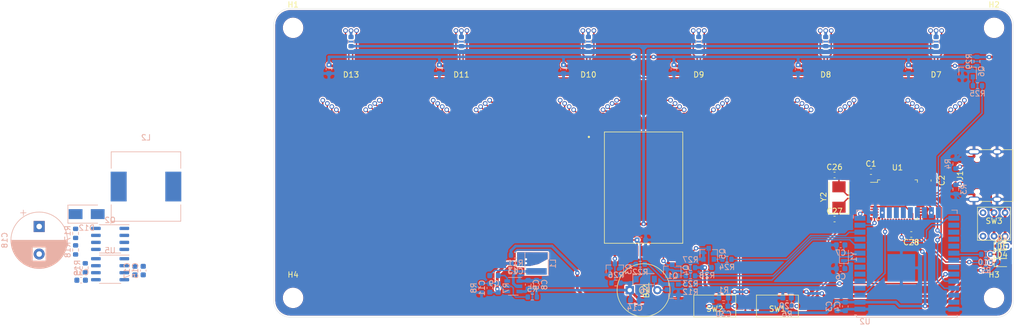
<source format=kicad_pcb>
(kicad_pcb (version 20171130) (host pcbnew "(5.1.8)-1")
  (layers (0 F.Cu signal) (31 B.Cu signal) (34 B.Paste user) (35 F.Paste user) (36 B.SilkS user) (37 F.SilkS user) (38 B.Mask user) (39 F.Mask user) (44 Edge.Cuts user))
  (net 0 "")
  (net 1 +5V)
  (net 2 /RGBLED_5V)
  (net 3 /N13)
  (net 4 /N14)
  (net 5 /N10)
  (net 6 /N18)
  (net 7 /N16)
  (net 8 /N17)
  (net 9 /N11)
  (net 10 /N12)
  (net 11 "Net-(N1-Pad1)")
  (net 12 /N19)
  (net 13 /N15)
  (net 14 /N23)
  (net 15 /N24)
  (net 16 /N20)
  (net 17 /N28)
  (net 18 /N26)
  (net 19 /N27)
  (net 20 /N21)
  (net 21 /N22)
  (net 22 "Net-(N2-Pad1)")
  (net 23 /N29)
  (net 24 /N25)
  (net 25 /N33)
  (net 26 /N34)
  (net 27 /N30)
  (net 28 /N38)
  (net 29 /N36)
  (net 30 /N37)
  (net 31 /N31)
  (net 32 /N32)
  (net 33 "Net-(N3-Pad1)")
  (net 34 /N39)
  (net 35 /N35)
  (net 36 /N43)
  (net 37 /N44)
  (net 38 /N40)
  (net 39 /N48)
  (net 40 /N46)
  (net 41 /N47)
  (net 42 /N41)
  (net 43 /N42)
  (net 44 "Net-(N4-Pad1)")
  (net 45 /N49)
  (net 46 /N45)
  (net 47 /N53)
  (net 48 /N54)
  (net 49 /N50)
  (net 50 /N58)
  (net 51 /N56)
  (net 52 /N57)
  (net 53 /N51)
  (net 54 /N52)
  (net 55 "Net-(N5-Pad1)")
  (net 56 /N59)
  (net 57 /N55)
  (net 58 /N63)
  (net 59 /N64)
  (net 60 /N60)
  (net 61 /N68)
  (net 62 /N66)
  (net 63 /N67)
  (net 64 /N61)
  (net 65 /N62)
  (net 66 "Net-(N6-Pad1)")
  (net 67 /N69)
  (net 68 /N65)
  (net 69 VPP)
  (net 70 /HV_LE_5V)
  (net 71 /HV_CLK_5V)
  (net 72 GND)
  (net 73 /HV_DIN_5V)
  (net 74 +3V3)
  (net 75 /32K_XP)
  (net 76 /32K_XN)
  (net 77 "Net-(D2-Pad2)")
  (net 78 "Net-(D7-Pad6)")
  (net 79 "Net-(D8-Pad6)")
  (net 80 "Net-(D10-Pad3)")
  (net 81 "Net-(D10-Pad6)")
  (net 82 "Net-(J1-PadA5)")
  (net 83 /USB_D-)
  (net 84 /USB_D+)
  (net 85 "Net-(J1-PadB5)")
  (net 86 /ESP32_IO13)
  (net 87 "Net-(Q1-Pad1)")
  (net 88 "Net-(Q2-Pad1)")
  (net 89 "Net-(R5-Pad2)")
  (net 90 "Net-(C9-Pad2)")
  (net 91 "Net-(C9-Pad1)")
  (net 92 "Net-(R17-Pad2)")
  (net 93 "Net-(BZ1-Pad2)")
  (net 94 "Net-(J1-PadA4)")
  (net 95 /ESP32_IO15)
  (net 96 /ESP32_IO12)
  (net 97 /ESP32_IO14)
  (net 98 "Net-(C11-Pad2)")
  (net 99 "Net-(C11-Pad1)")
  (net 100 "Net-(C16-Pad1)")
  (net 101 "Net-(D11-Pad6)")
  (net 102 "Net-(D12-Pad2)")
  (net 103 "Net-(Q2-Pad4)")
  (net 104 "Net-(C26-Pad2)")
  (net 105 "Net-(C27-Pad2)")
  (net 106 "Net-(D4-Pad1)")
  (net 107 "Net-(D5-Pad1)")
  (net 108 /STM32_RST)
  (net 109 /STM32_BOOT0)
  (net 110 /DOWNLOADING)
  (net 111 /ESP32_TXD0)
  (net 112 /ESP32_RXD0)
  (net 113 /ESP32_IO18)
  (net 114 /ESP32_IO0)
  (net 115 /ESP32_IO2)
  (net 116 /ESP32_IO27)
  (net 117 /ESP32_IO26)
  (net 118 /ESP32_IO25)
  (net 119 /ESP32_EN)
  (net 120 "Net-(Q3-Pad1)")
  (net 121 "Net-(Q4-Pad1)")
  (net 122 "Net-(Q5-Pad1)")
  (net 123 "Net-(Q6-Pad1)")
  (net 124 /BUZZER)
  (module Capacitor_THT:CP_Radial_D10.0mm_P5.00mm (layer B.Cu) (at -109.5 11.55 270)
    (fp_text reference C18 (at 2.5 6.25 90) (layer B.SilkS) (effects (justify mirror)))
    (fp_text value 10uF/250V)
    (pad 2 thru_hole circle (at 5 0 270) (size 2 2) (drill 1) (layers *.Cu *.Mask) (net 72 GND))
    (pad 1 thru_hole rect (at 0 0 270) (size 2 2) (drill 1) (layers *.Cu *.Mask) (net 69 VPP))
  )
  (module Resistor_SMD:R_0603_1608Metric (layer B.Cu) (at 60.4 -18.4 270)
    (fp_text reference R29 (at 0 1.43 90) (layer B.SilkS) (effects (justify mirror)))
    (fp_text value 10KΩ)
    (pad 2 smd roundrect (at 0.825 0 270) (size 0.8 0.95) (layers B.Cu B.Paste B.Mask) (net 2 /RGBLED_5V))
    (pad 1 smd roundrect (at -0.825 0 270) (size 0.8 0.95) (layers B.Cu B.Paste B.Mask) (net 1 +5V))
  )
  (module Resistor_SMD:R_0603_1608Metric (layer B.Cu) (at 11.5 19)
    (fp_text reference R28 (at 0 1.43) (layer B.SilkS) (effects (justify mirror)))
    (fp_text value 10KΩ)
    (pad 2 smd roundrect (at 0.825 0) (size 0.8 0.95) (layers B.Cu B.Paste B.Mask) (net 70 /HV_LE_5V))
    (pad 1 smd roundrect (at -0.825 0) (size 0.8 0.95) (layers B.Cu B.Paste B.Mask) (net 1 +5V))
  )
  (module Resistor_SMD:R_0603_1608Metric (layer B.Cu) (at 8.5 19 180)
    (fp_text reference R27 (at 0 1.43) (layer B.SilkS) (effects (justify mirror)))
    (fp_text value 10KΩ)
    (pad 2 smd roundrect (at 0.825 0 180) (size 0.8 0.95) (layers B.Cu B.Paste B.Mask) (net 71 /HV_CLK_5V))
    (pad 1 smd roundrect (at -0.825 0 180) (size 0.8 0.95) (layers B.Cu B.Paste B.Mask) (net 1 +5V))
  )
  (module Resistor_SMD:R_0603_1608Metric (layer B.Cu) (at -5 21.8 180)
    (fp_text reference R26 (at 0 1.43) (layer B.SilkS) (effects (justify mirror)))
    (fp_text value 10KΩ)
    (pad 2 smd roundrect (at 0.825 0 180) (size 0.8 0.95) (layers B.Cu B.Paste B.Mask) (net 73 /HV_DIN_5V))
    (pad 1 smd roundrect (at -0.825 0 180) (size 0.8 0.95) (layers B.Cu B.Paste B.Mask) (net 1 +5V))
  )
  (module Resistor_SMD:R_0603_1608Metric (layer B.Cu) (at 60.5 -14)
    (fp_text reference R25 (at 0 1.43) (layer B.SilkS) (effects (justify mirror)))
    (fp_text value R)
    (pad 2 smd roundrect (at 0.825 0) (size 0.8 0.95) (layers B.Cu B.Paste B.Mask) (net 115 /ESP32_IO2))
    (pad 1 smd roundrect (at -0.825 0) (size 0.8 0.95) (layers B.Cu B.Paste B.Mask) (net 123 "Net-(Q6-Pad1)"))
  )
  (module Resistor_SMD:R_0603_1608Metric (layer B.Cu) (at 15.1 17.5)
    (fp_text reference R24 (at 0 1.43) (layer B.SilkS) (effects (justify mirror)))
    (fp_text value R)
    (pad 2 smd roundrect (at 0.825 0) (size 0.8 0.95) (layers B.Cu B.Paste B.Mask) (net 116 /ESP32_IO27))
    (pad 1 smd roundrect (at -0.825 0) (size 0.8 0.95) (layers B.Cu B.Paste B.Mask) (net 122 "Net-(Q5-Pad1)"))
  )
  (module Resistor_SMD:R_0603_1608Metric (layer B.Cu) (at 8.5 20.5)
    (fp_text reference R23 (at 0 1.43) (layer B.SilkS) (effects (justify mirror)))
    (fp_text value R)
    (pad 2 smd roundrect (at 0.825 0) (size 0.8 0.95) (layers B.Cu B.Paste B.Mask) (net 117 /ESP32_IO26))
    (pad 1 smd roundrect (at -0.825 0) (size 0.8 0.95) (layers B.Cu B.Paste B.Mask) (net 121 "Net-(Q4-Pad1)"))
  )
  (module Resistor_SMD:R_0603_1608Metric (layer B.Cu) (at -0.6 18.4)
    (fp_text reference R22 (at 0 1.43) (layer B.SilkS) (effects (justify mirror)))
    (fp_text value R)
    (pad 2 smd roundrect (at 0.825 0) (size 0.8 0.95) (layers B.Cu B.Paste B.Mask) (net 118 /ESP32_IO25))
    (pad 1 smd roundrect (at -0.825 0) (size 0.8 0.95) (layers B.Cu B.Paste B.Mask) (net 120 "Net-(Q3-Pad1)"))
  )
  (module Package_TO_SOT_SMD:SOT-23 (layer B.Cu) (at 58.7 -16.6 90)
    (fp_text reference Q6 (at 0 2.5 90) (layer B.SilkS) (effects (justify mirror)))
    (fp_text value S8050_BEC)
    (pad 3 smd rect (at 1 0 90) (size 0.9 0.8) (layers B.Cu B.Paste B.Mask) (net 2 /RGBLED_5V))
    (pad 2 smd rect (at -1 -0.95 90) (size 0.9 0.8) (layers B.Cu B.Paste B.Mask) (net 72 GND))
    (pad 1 smd rect (at -1 0.95 90) (size 0.9 0.8) (layers B.Cu B.Paste B.Mask) (net 123 "Net-(Q6-Pad1)"))
  )
  (module Package_TO_SOT_SMD:SOT-23 (layer B.Cu) (at 11.8 16.5 90)
    (fp_text reference Q5 (at 0 2.5 90) (layer B.SilkS) (effects (justify mirror)))
    (fp_text value S8050_BEC)
    (pad 3 smd rect (at 1 0 90) (size 0.9 0.8) (layers B.Cu B.Paste B.Mask) (net 70 /HV_LE_5V))
    (pad 2 smd rect (at -1 -0.95 90) (size 0.9 0.8) (layers B.Cu B.Paste B.Mask) (net 72 GND))
    (pad 1 smd rect (at -1 0.95 90) (size 0.9 0.8) (layers B.Cu B.Paste B.Mask) (net 122 "Net-(Q5-Pad1)"))
  )
  (module Package_TO_SOT_SMD:SOT-23 (layer B.Cu) (at 5.2 19.5 90)
    (fp_text reference Q4 (at 0 2.5 90) (layer B.SilkS) (effects (justify mirror)))
    (fp_text value S8050_BEC)
    (pad 3 smd rect (at 1 0 90) (size 0.9 0.8) (layers B.Cu B.Paste B.Mask) (net 71 /HV_CLK_5V))
    (pad 2 smd rect (at -1 -0.95 90) (size 0.9 0.8) (layers B.Cu B.Paste B.Mask) (net 72 GND))
    (pad 1 smd rect (at -1 0.95 90) (size 0.9 0.8) (layers B.Cu B.Paste B.Mask) (net 121 "Net-(Q4-Pad1)"))
  )
  (module Package_TO_SOT_SMD:SOT-23 (layer B.Cu) (at -5.2 19.3 90)
    (fp_text reference Q3 (at 0 2.5 90) (layer B.SilkS) (effects (justify mirror)))
    (fp_text value S8050_BEC)
    (pad 3 smd rect (at 1 0 90) (size 0.9 0.8) (layers B.Cu B.Paste B.Mask) (net 73 /HV_DIN_5V))
    (pad 2 smd rect (at -1 -0.95 90) (size 0.9 0.8) (layers B.Cu B.Paste B.Mask) (net 72 GND))
    (pad 1 smd rect (at -1 0.95 90) (size 0.9 0.8) (layers B.Cu B.Paste B.Mask) (net 120 "Net-(Q3-Pad1)"))
  )
  (module Resistor_SMD:R_0603_1608Metric (layer B.Cu) (at 26 26)
    (fp_text reference R6 (at 0 1.43) (layer B.SilkS) (effects (justify mirror)))
    (fp_text value 10KΩ)
    (pad 2 smd roundrect (at 0.825 0) (size 0.8 0.95) (layers B.Cu B.Paste B.Mask) (net 108 /STM32_RST))
    (pad 1 smd roundrect (at -0.825 0) (size 0.8 0.95) (layers B.Cu B.Paste B.Mask) (net 74 +3V3))
  )
  (module Resistor_SMD:R_0603_1608Metric (layer B.Cu) (at 14.5 24.5 180)
    (fp_text reference R1 (at 0 1.43) (layer B.SilkS) (effects (justify mirror)))
    (fp_text value 10KΩ)
    (pad 2 smd roundrect (at 0.825 0 180) (size 0.8 0.95) (layers B.Cu B.Paste B.Mask) (net 72 GND))
    (pad 1 smd roundrect (at -0.825 0 180) (size 0.8 0.95) (layers B.Cu B.Paste B.Mask) (net 109 /STM32_BOOT0))
  )
  (module Capacitor_SMD:C_0603_1608Metric (layer B.Cu) (at 14.5 26)
    (fp_text reference C30 (at 0 1.43) (layer B.SilkS) (effects (justify mirror)))
    (fp_text value C)
    (pad 2 smd roundrect (at 0.775 0) (size 0.9 0.95) (layers B.Cu B.Paste B.Mask) (net 109 /STM32_BOOT0))
    (pad 1 smd roundrect (at -0.775 0) (size 0.9 0.95) (layers B.Cu B.Paste B.Mask) (net 74 +3V3))
  )
  (module Capacitor_SMD:C_0603_1608Metric (layer B.Cu) (at 26 24.5)
    (fp_text reference C29 (at 0 1.43) (layer B.SilkS) (effects (justify mirror)))
    (fp_text value C)
    (pad 2 smd roundrect (at 0.775 0) (size 0.9 0.95) (layers B.Cu B.Paste B.Mask) (net 108 /STM32_RST))
    (pad 1 smd roundrect (at -0.775 0) (size 0.9 0.95) (layers B.Cu B.Paste B.Mask) (net 72 GND))
  )
  (module Crystal:Crystal_SMD_5032-2Pin_5.0x3.2mm (layer F.Cu) (at 35.4 6.2 90)
    (fp_text reference Y2 (at 0 -2.8 -90) (layer F.SilkS))
    (fp_text value 32.738kHz)
    (pad 2 smd rect (at 1.85 0 90) (size 2 2.4) (layers F.Cu F.Paste F.Mask) (net 104 "Net-(C26-Pad2)"))
    (pad 1 smd rect (at -1.85 0 90) (size 2 2.4) (layers F.Cu F.Paste F.Mask) (net 105 "Net-(C27-Pad2)"))
  )
  (module Capacitor_SMD:C_0603_1608Metric (layer F.Cu) (at 48.5 13 180)
    (fp_text reference C28 (at 0 -1.43) (layer F.SilkS))
    (fp_text value 100uF)
    (pad 2 smd roundrect (at 0.775 0 180) (size 0.9 0.95) (layers F.Cu F.Paste F.Mask) (net 72 GND))
    (pad 1 smd roundrect (at -0.775 0 180) (size 0.9 0.95) (layers F.Cu F.Paste F.Mask) (net 74 +3V3))
  )
  (module Capacitor_SMD:C_0603_1608Metric (layer F.Cu) (at 34.6 10.2)
    (fp_text reference C27 (at 0 -1.43) (layer F.SilkS))
    (fp_text value C)
    (pad 2 smd roundrect (at 0.775 0) (size 0.9 0.95) (layers F.Cu F.Paste F.Mask) (net 105 "Net-(C27-Pad2)"))
    (pad 1 smd roundrect (at -0.775 0) (size 0.9 0.95) (layers F.Cu F.Paste F.Mask) (net 72 GND))
  )
  (module Capacitor_SMD:C_0603_1608Metric (layer F.Cu) (at 34.6 2.2)
    (fp_text reference C26 (at 0 -1.43) (layer F.SilkS))
    (fp_text value C)
    (pad 2 smd roundrect (at 0.775 0) (size 0.9 0.95) (layers F.Cu F.Paste F.Mask) (net 104 "Net-(C26-Pad2)"))
    (pad 1 smd roundrect (at -0.775 0) (size 0.9 0.95) (layers F.Cu F.Paste F.Mask) (net 72 GND))
  )
  (module Package_TO_SOT_SMD:SOT-23-6 (layer B.Cu) (at -23.6 22.4 180)
    (fp_text reference U3 (at 0 2.9) (layer B.SilkS) (effects (justify mirror)))
    (fp_text value TPS564201)
    (pad 1 smd rect (at -1.1 0.95 180) (size 1.06 0.65) (layers B.Cu B.Paste B.Mask) (net 72 GND))
    (pad 2 smd rect (at -1.1 0 180) (size 1.06 0.65) (layers B.Cu B.Paste B.Mask) (net 91 "Net-(C9-Pad1)"))
    (pad 3 smd rect (at -1.1 -0.95 180) (size 1.06 0.65) (layers B.Cu B.Paste B.Mask) (net 1 +5V))
    (pad 4 smd rect (at 1.1 -0.95 180) (size 1.06 0.65) (layers B.Cu B.Paste B.Mask) (net 99 "Net-(C11-Pad1)"))
    (pad 6 smd rect (at 1.1 0.95 180) (size 1.06 0.65) (layers B.Cu B.Paste B.Mask) (net 90 "Net-(C9-Pad2)"))
    (pad 5 smd rect (at 1.1 0 180) (size 1.06 0.65) (layers B.Cu B.Paste B.Mask) (net 89 "Net-(R5-Pad2)"))
  )
  (module Resistor_SMD:R_0603_1608Metric (layer B.Cu) (at -23.2 16.75)
    (fp_text reference R11 (at 0 1.43) (layer B.SilkS) (effects (justify mirror)))
    (fp_text value 0)
    (pad 1 smd roundrect (at -0.825 0) (size 0.8 0.95) (layers B.Cu B.Paste B.Mask) (net 74 +3V3))
    (pad 2 smd roundrect (at 0.825 0) (size 0.8 0.95) (layers B.Cu B.Paste B.Mask) (net 98 "Net-(C11-Pad2)"))
  )
  (module Resistor_SMD:R_0603_1608Metric (layer B.Cu) (at -29.35 22.7 270)
    (fp_text reference R8 (at 0 1.43 270) (layer B.SilkS) (effects (justify mirror)))
    (fp_text value 10KΩ)
    (pad 1 smd roundrect (at -0.825 0 270) (size 0.8 0.95) (layers B.Cu B.Paste B.Mask) (net 99 "Net-(C11-Pad1)"))
    (pad 2 smd roundrect (at 0.825 0 270) (size 0.8 0.95) (layers B.Cu B.Paste B.Mask) (net 72 GND))
  )
  (module Resistor_SMD:R_0603_1608Metric (layer B.Cu) (at -26.35 22.7 90)
    (fp_text reference R7 (at 0 1.43 -90) (layer B.SilkS) (effects (justify mirror)))
    (fp_text value 30KΩ)
    (pad 1 smd roundrect (at -0.825 0 90) (size 0.8 0.95) (layers B.Cu B.Paste B.Mask) (net 98 "Net-(C11-Pad2)"))
    (pad 2 smd roundrect (at 0.825 0 90) (size 0.8 0.95) (layers B.Cu B.Paste B.Mask) (net 99 "Net-(C11-Pad1)"))
  )
  (module Resistor_SMD:R_0603_1608Metric (layer B.Cu) (at -20.15 24.35 180)
    (fp_text reference R5 (at 0 1.43) (layer B.SilkS) (effects (justify mirror)))
    (fp_text value 100KΩ)
    (pad 1 smd roundrect (at -0.825 0 180) (size 0.8 0.95) (layers B.Cu B.Paste B.Mask) (net 1 +5V))
    (pad 2 smd roundrect (at 0.825 0 180) (size 0.8 0.95) (layers B.Cu B.Paste B.Mask) (net 89 "Net-(R5-Pad2)"))
  )
  (module Inductor_SMD:L_Taiyo-Yuden_MD-4040 (layer B.Cu) (at -19.4 18.3 90)
    (fp_text reference L1 (at 0 3 -90) (layer B.SilkS) (effects (justify mirror)))
    (fp_text value 2.2uH)
    (pad 1 smd rect (at -1.4 0 90) (size 1.2 3.7) (layers B.Cu B.Paste B.Mask) (net 91 "Net-(C9-Pad1)"))
    (pad 2 smd rect (at 1.4 0 90) (size 1.2 3.7) (layers B.Cu B.Paste B.Mask) (net 98 "Net-(C11-Pad2)"))
  )
  (module Capacitor_SMD:C_0603_1608Metric (layer B.Cu) (at -23.2 18.25)
    (fp_text reference C13 (at 0 1.43) (layer B.SilkS) (effects (justify mirror)))
    (fp_text value 22uF)
    (pad 1 smd roundrect (at -0.775 0) (size 0.9 0.95) (layers B.Cu B.Paste B.Mask) (net 72 GND))
    (pad 2 smd roundrect (at 0.775 0) (size 0.9 0.95) (layers B.Cu B.Paste B.Mask) (net 98 "Net-(C11-Pad2)"))
  )
  (module Capacitor_SMD:C_0603_1608Metric (layer B.Cu) (at -27.85 22.7 270)
    (fp_text reference C11 (at 0 1.43 270) (layer B.SilkS) (effects (justify mirror)))
    (fp_text value NC)
    (pad 1 smd roundrect (at -0.775 0 270) (size 0.9 0.95) (layers B.Cu B.Paste B.Mask) (net 99 "Net-(C11-Pad1)"))
    (pad 2 smd roundrect (at 0.775 0 270) (size 0.9 0.95) (layers B.Cu B.Paste B.Mask) (net 98 "Net-(C11-Pad2)"))
  )
  (module Capacitor_SMD:C_0603_1608Metric (layer B.Cu) (at -27.1 20.45)
    (fp_text reference C9 (at 0 1.43) (layer B.SilkS) (effects (justify mirror)))
    (fp_text value 100nF)
    (pad 1 smd roundrect (at -0.775 0) (size 0.9 0.95) (layers B.Cu B.Paste B.Mask) (net 91 "Net-(C9-Pad1)"))
    (pad 2 smd roundrect (at 0.775 0) (size 0.9 0.95) (layers B.Cu B.Paste B.Mask) (net 90 "Net-(C9-Pad2)"))
  )
  (module Capacitor_SMD:C_0603_1608Metric (layer B.Cu) (at -19.4 22.1 90)
    (fp_text reference C8 (at 0 1.43 -90) (layer B.SilkS) (effects (justify mirror)))
    (fp_text value 100nF)
    (pad 1 smd roundrect (at -0.775 0 90) (size 0.9 0.95) (layers B.Cu B.Paste B.Mask) (net 1 +5V))
    (pad 2 smd roundrect (at 0.775 0 90) (size 0.9 0.95) (layers B.Cu B.Paste B.Mask) (net 72 GND))
  )
  (module Capacitor_SMD:C_0603_1608Metric (layer B.Cu) (at -20.9 22.1 90)
    (fp_text reference C5 (at 0 1.43 -90) (layer B.SilkS) (effects (justify mirror)))
    (fp_text value 22uF)
    (pad 1 smd roundrect (at -0.775 0 90) (size 0.9 0.95) (layers B.Cu B.Paste B.Mask) (net 1 +5V))
    (pad 2 smd roundrect (at 0.775 0 90) (size 0.9 0.95) (layers B.Cu B.Paste B.Mask) (net 72 GND))
  )
  (module Package_QFP:LQFP-48_7x7mm_P0.5mm (layer F.Cu) (at 46 6.7)
    (fp_text reference U1 (at 0 -5.85 -180) (layer F.SilkS))
    (fp_text value STM32L433CBTx)
    (pad 48 smd roundrect (at -2.75 -4.1625) (size 0.3 1.475) (layers F.Cu F.Paste F.Mask) (net 74 +3V3))
    (pad 47 smd roundrect (at -2.25 -4.1625) (size 0.3 1.475) (layers F.Cu F.Paste F.Mask) (net 72 GND))
    (pad 46 smd roundrect (at -1.75 -4.1625) (size 0.3 1.475) (layers F.Cu F.Paste F.Mask))
    (pad 45 smd roundrect (at -1.25 -4.1625) (size 0.3 1.475) (layers F.Cu F.Paste F.Mask))
    (pad 44 smd roundrect (at -0.75 -4.1625) (size 0.3 1.475) (layers F.Cu F.Paste F.Mask) (net 109 /STM32_BOOT0))
    (pad 43 smd roundrect (at -0.25 -4.1625) (size 0.3 1.475) (layers F.Cu F.Paste F.Mask))
    (pad 42 smd roundrect (at 0.25 -4.1625) (size 0.3 1.475) (layers F.Cu F.Paste F.Mask))
    (pad 41 smd roundrect (at 0.75 -4.1625) (size 0.3 1.475) (layers F.Cu F.Paste F.Mask))
    (pad 40 smd roundrect (at 1.25 -4.1625) (size 0.3 1.475) (layers F.Cu F.Paste F.Mask))
    (pad 39 smd roundrect (at 1.75 -4.1625) (size 0.3 1.475) (layers F.Cu F.Paste F.Mask))
    (pad 38 smd roundrect (at 2.25 -4.1625) (size 0.3 1.475) (layers F.Cu F.Paste F.Mask))
    (pad 37 smd roundrect (at 2.75 -4.1625) (size 0.3 1.475) (layers F.Cu F.Paste F.Mask))
    (pad 36 smd roundrect (at 4.1625 -2.75) (size 1.475 0.3) (layers F.Cu F.Paste F.Mask) (net 74 +3V3))
    (pad 35 smd roundrect (at 4.1625 -2.25) (size 1.475 0.3) (layers F.Cu F.Paste F.Mask) (net 72 GND))
    (pad 34 smd roundrect (at 4.1625 -1.75) (size 1.475 0.3) (layers F.Cu F.Paste F.Mask))
    (pad 33 smd roundrect (at 4.1625 -1.25) (size 1.475 0.3) (layers F.Cu F.Paste F.Mask) (net 84 /USB_D+))
    (pad 32 smd roundrect (at 4.1625 -0.75) (size 1.475 0.3) (layers F.Cu F.Paste F.Mask) (net 83 /USB_D-))
    (pad 31 smd roundrect (at 4.1625 -0.25) (size 1.475 0.3) (layers F.Cu F.Paste F.Mask) (net 111 /ESP32_TXD0))
    (pad 30 smd roundrect (at 4.1625 0.25) (size 1.475 0.3) (layers F.Cu F.Paste F.Mask) (net 112 /ESP32_RXD0))
    (pad 29 smd roundrect (at 4.1625 0.75) (size 1.475 0.3) (layers F.Cu F.Paste F.Mask) (net 95 /ESP32_IO15))
    (pad 28 smd roundrect (at 4.1625 1.25) (size 1.475 0.3) (layers F.Cu F.Paste F.Mask))
    (pad 27 smd roundrect (at 4.1625 1.75) (size 1.475 0.3) (layers F.Cu F.Paste F.Mask))
    (pad 26 smd roundrect (at 4.1625 2.25) (size 1.475 0.3) (layers F.Cu F.Paste F.Mask))
    (pad 25 smd roundrect (at 4.1625 2.75) (size 1.475 0.3) (layers F.Cu F.Paste F.Mask) (net 110 /DOWNLOADING))
    (pad 24 smd roundrect (at 2.75 4.1625) (size 0.3 1.475) (layers F.Cu F.Paste F.Mask) (net 74 +3V3))
    (pad 23 smd roundrect (at 2.25 4.1625) (size 0.3 1.475) (layers F.Cu F.Paste F.Mask) (net 72 GND))
    (pad 22 smd roundrect (at 1.75 4.1625) (size 0.3 1.475) (layers F.Cu F.Paste F.Mask))
    (pad 21 smd roundrect (at 1.25 4.1625) (size 0.3 1.475) (layers F.Cu F.Paste F.Mask))
    (pad 20 smd roundrect (at 0.75 4.1625) (size 0.3 1.475) (layers F.Cu F.Paste F.Mask) (net 114 /ESP32_IO0))
    (pad 19 smd roundrect (at 0.25 4.1625) (size 0.3 1.475) (layers F.Cu F.Paste F.Mask))
    (pad 18 smd roundrect (at -0.25 4.1625) (size 0.3 1.475) (layers F.Cu F.Paste F.Mask))
    (pad 17 smd roundrect (at -0.75 4.1625) (size 0.3 1.475) (layers F.Cu F.Paste F.Mask))
    (pad 16 smd roundrect (at -1.25 4.1625) (size 0.3 1.475) (layers F.Cu F.Paste F.Mask))
    (pad 15 smd roundrect (at -1.75 4.1625) (size 0.3 1.475) (layers F.Cu F.Paste F.Mask))
    (pad 14 smd roundrect (at -2.25 4.1625) (size 0.3 1.475) (layers F.Cu F.Paste F.Mask) (net 119 /ESP32_EN))
    (pad 13 smd roundrect (at -2.75 4.1625) (size 0.3 1.475) (layers F.Cu F.Paste F.Mask) (net 86 /ESP32_IO13))
    (pad 12 smd roundrect (at -4.1625 2.75) (size 1.475 0.3) (layers F.Cu F.Paste F.Mask) (net 97 /ESP32_IO14))
    (pad 11 smd roundrect (at -4.1625 2.25) (size 1.475 0.3) (layers F.Cu F.Paste F.Mask) (net 96 /ESP32_IO12))
    (pad 10 smd roundrect (at -4.1625 1.75) (size 1.475 0.3) (layers F.Cu F.Paste F.Mask))
    (pad 9 smd roundrect (at -4.1625 1.25) (size 1.475 0.3) (layers F.Cu F.Paste F.Mask) (net 74 +3V3))
    (pad 8 smd roundrect (at -4.1625 0.75) (size 1.475 0.3) (layers F.Cu F.Paste F.Mask) (net 72 GND))
    (pad 7 smd roundrect (at -4.1625 0.25) (size 1.475 0.3) (layers F.Cu F.Paste F.Mask) (net 108 /STM32_RST))
    (pad 6 smd roundrect (at -4.1625 -0.25) (size 1.475 0.3) (layers F.Cu F.Paste F.Mask) (net 105 "Net-(C27-Pad2)"))
    (pad 5 smd roundrect (at -4.1625 -0.75) (size 1.475 0.3) (layers F.Cu F.Paste F.Mask) (net 104 "Net-(C26-Pad2)"))
    (pad 4 smd roundrect (at -4.1625 -1.25) (size 1.475 0.3) (layers F.Cu F.Paste F.Mask))
    (pad 3 smd roundrect (at -4.1625 -1.75) (size 1.475 0.3) (layers F.Cu F.Paste F.Mask))
    (pad 2 smd roundrect (at -4.1625 -2.25) (size 1.475 0.3) (layers F.Cu F.Paste F.Mask))
    (pad 1 smd roundrect (at -4.1625 -2.75) (size 1.475 0.3) (layers F.Cu F.Paste F.Mask) (net 74 +3V3))
  )
  (module Diode_SMD:D_SOD-123 (layer B.Cu) (at 0.3 21.1)
    (fp_text reference D6 (at 0 2 180) (layer B.SilkS) (effects (justify mirror)))
    (fp_text value 1N4148)
    (pad 2 smd rect (at 1.65 0) (size 0.9 1.2) (layers B.Cu B.Paste B.Mask) (net 93 "Net-(BZ1-Pad2)"))
    (pad 1 smd rect (at -1.65 0) (size 0.9 1.2) (layers B.Cu B.Paste B.Mask) (net 1 +5V))
  )
  (module Package_TO_SOT_SMD:SOT-23 (layer B.Cu) (at 5.3 23 180)
    (fp_text reference Q1 (at 0 2.5) (layer B.SilkS) (effects (justify mirror)))
    (fp_text value S8050_BEC)
    (pad 3 smd rect (at 1 0 180) (size 0.9 0.8) (layers B.Cu B.Paste B.Mask) (net 93 "Net-(BZ1-Pad2)"))
    (pad 2 smd rect (at -1 -0.95 180) (size 0.9 0.8) (layers B.Cu B.Paste B.Mask) (net 72 GND))
    (pad 1 smd rect (at -1 0.95 180) (size 0.9 0.8) (layers B.Cu B.Paste B.Mask) (net 87 "Net-(Q1-Pad1)"))
  )
  (module HGHardware:BUTTON_C2681479 (layer F.Cu) (at 12.9 26)
    (fp_text reference SW2 (at 0 0.5) (layer F.SilkS))
    (fp_text value SW_Push)
    (pad 2 smd rect (at 4.5 0) (size 1.3 1.3) (layers F.Cu F.Paste F.Mask) (net 109 /STM32_BOOT0))
    (pad 1 smd rect (at -4.5 0) (size 1.3 1.3) (layers F.Cu F.Paste F.Mask) (net 74 +3V3))
  )
  (module HGHardware:BUTTON_C2681479 (layer F.Cu) (at 24.25 26)
    (fp_text reference SW1 (at 0 0.5) (layer F.SilkS))
    (fp_text value SW_Push)
    (pad 2 smd rect (at 4.5 0) (size 1.3 1.3) (layers F.Cu F.Paste F.Mask) (net 108 /STM32_RST))
    (pad 1 smd rect (at -4.5 0) (size 1.3 1.3) (layers F.Cu F.Paste F.Mask) (net 72 GND))
  )
  (module HGHardware:BUTTON_C2681587 (layer F.Cu) (at 63.5 11.05 180)
    (fp_text reference SW3 (at 0 0.5) (layer F.SilkS))
    (fp_text value SW_DPDT_x2)
    (pad 5 thru_hole circle (at 0 -2.25 180) (size 1.2 1.2) (drill 0.6) (layers *.Cu *.Mask) (net 94 "Net-(J1-PadA4)"))
    (pad 6 thru_hole circle (at -2 -2.25 180) (size 1.2 1.2) (drill 0.6) (layers *.Cu *.Mask) (net 1 +5V))
    (pad 4 thru_hole circle (at 2 -2.25 180) (size 1.2 1.2) (drill 0.6) (layers *.Cu *.Mask))
    (pad 3 thru_hole circle (at -2 2 180) (size 1.2 1.2) (drill 0.6) (layers *.Cu *.Mask) (net 1 +5V))
    (pad 1 thru_hole circle (at 2 2 180) (size 1.2 1.2) (drill 0.6) (layers *.Cu *.Mask))
    (pad 2 thru_hole circle (at 0 2 180) (size 1.2 1.2) (drill 0.6) (layers *.Cu *.Mask) (net 94 "Net-(J1-PadA4)"))
  )
  (module Resistor_SMD:R_0603_1608Metric (layer B.Cu) (at 8.5 22)
    (fp_text reference R12 (at 0 1.43 180) (layer B.SilkS) (effects (justify mirror)))
    (fp_text value R)
    (pad 2 smd roundrect (at 0.825 0) (size 0.8 0.95) (layers B.Cu B.Paste B.Mask) (net 124 /BUZZER))
    (pad 1 smd roundrect (at -0.825 0) (size 0.8 0.95) (layers B.Cu B.Paste B.Mask) (net 87 "Net-(Q1-Pad1)"))
  )
  (module Capacitor_SMD:C_0603_1608Metric (layer B.Cu) (at -1.6 24.9)
    (fp_text reference C14 (at 0 1.43 180) (layer B.SilkS) (effects (justify mirror)))
    (fp_text value C)
    (pad 2 smd roundrect (at 0.775 0) (size 0.9 0.95) (layers B.Cu B.Paste B.Mask) (net 72 GND))
    (pad 1 smd roundrect (at -0.775 0) (size 0.9 0.95) (layers B.Cu B.Paste B.Mask) (net 1 +5V))
  )
  (module HGHardware:Buzzer_C200213 (layer F.Cu) (at 0 23.1 90)
    (fp_text reference BZ1 (at 0 0.5 90) (layer F.SilkS))
    (fp_text value Buzzer_C200213)
    (pad 2 thru_hole circle (at 0 2.5 90) (size 1.5 1.5) (drill 0.8) (layers *.Cu *.Mask) (net 93 "Net-(BZ1-Pad2)"))
    (pad 1 thru_hole rect (at 0 -2.5 90) (size 1.5 1.5) (drill 0.8) (layers *.Cu *.Mask) (net 1 +5V))
  )
  (module Diode_SMD:D_SMA (layer B.Cu) (at -100.9 9.3)
    (fp_text reference D12 (at 0 2.5) (layer B.SilkS) (effects (justify mirror)))
    (fp_text value ES1J)
    (pad 2 smd rect (at 2 0) (size 2.5 1.8) (layers B.Cu B.Paste B.Mask) (net 102 "Net-(D12-Pad2)"))
    (pad 1 smd rect (at -2 0) (size 2.5 1.8) (layers B.Cu B.Paste B.Mask) (net 69 VPP))
  )
  (module Package_SO:SO-8_3.9x4.9mm_P1.27mm (layer B.Cu) (at -96.65 19.3 180)
    (fp_text reference U5 (at 0 3.4) (layer B.SilkS) (effects (justify mirror)))
    (fp_text value MAX1771ESA)
    (pad 8 smd roundrect (at 2.575 1.905 180) (size 1.75 0.6) (layers B.Cu B.Paste B.Mask) (net 88 "Net-(Q2-Pad1)"))
    (pad 7 smd roundrect (at 2.575 0.635 180) (size 1.75 0.6) (layers B.Cu B.Paste B.Mask) (net 72 GND))
    (pad 6 smd roundrect (at 2.575 -0.635 180) (size 1.75 0.6) (layers B.Cu B.Paste B.Mask) (net 72 GND))
    (pad 5 smd roundrect (at 2.575 -1.905 180) (size 1.75 0.6) (layers B.Cu B.Paste B.Mask) (net 100 "Net-(C16-Pad1)"))
    (pad 4 smd roundrect (at -2.575 -1.905 180) (size 1.75 0.6) (layers B.Cu B.Paste B.Mask))
    (pad 3 smd roundrect (at -2.575 -0.635 180) (size 1.75 0.6) (layers B.Cu B.Paste B.Mask) (net 92 "Net-(R17-Pad2)"))
    (pad 2 smd roundrect (at -2.575 0.635 180) (size 1.75 0.6) (layers B.Cu B.Paste B.Mask) (net 1 +5V))
    (pad 1 smd roundrect (at -2.575 1.905 180) (size 1.75 0.6) (layers B.Cu B.Paste B.Mask) (net 103 "Net-(Q2-Pad4)"))
  )
  (module Resistor_SMD:R_0603_1608Metric (layer B.Cu) (at -102.9 15.8 270)
    (fp_text reference R18 (at 0 1.43 270) (layer B.SilkS) (effects (justify mirror)))
    (fp_text value 16KΩ)
    (pad 2 smd roundrect (at 0.825 0 270) (size 0.8 0.95) (layers B.Cu B.Paste B.Mask) (net 72 GND))
    (pad 1 smd roundrect (at -0.825 0 270) (size 0.8 0.95) (layers B.Cu B.Paste B.Mask) (net 92 "Net-(R17-Pad2)"))
  )
  (module Resistor_SMD:R_0603_1608Metric (layer B.Cu) (at -102.9 12.8 270)
    (fp_text reference R17 (at 0 1.43 270) (layer B.SilkS) (effects (justify mirror)))
    (fp_text value 1.8MΩ)
    (pad 2 smd roundrect (at 0.825 0 270) (size 0.8 0.95) (layers B.Cu B.Paste B.Mask) (net 92 "Net-(R17-Pad2)"))
    (pad 1 smd roundrect (at -0.825 0 270) (size 0.8 0.95) (layers B.Cu B.Paste B.Mask) (net 69 VPP))
  )
  (module Resistor_SMD:R_0603_1608Metric (layer B.Cu) (at -101.15 19.05 270)
    (fp_text reference R15 (at 0 1.43 270) (layer B.SilkS) (effects (justify mirror)))
    (fp_text value 50mΩ)
    (pad 2 smd roundrect (at 0.825 0 270) (size 0.8 0.95) (layers B.Cu B.Paste B.Mask) (net 72 GND))
    (pad 1 smd roundrect (at -0.825 0 270) (size 0.8 0.95) (layers B.Cu B.Paste B.Mask) (net 88 "Net-(Q2-Pad1)"))
  )
  (module Package_SO:SO-8_3.9x4.9mm_P1.27mm (layer B.Cu) (at -96.65 13.8 180)
    (fp_text reference Q2 (at 0 3.4) (layer B.SilkS) (effects (justify mirror)))
    (fp_text value FDS2672CT)
    (pad 8 smd roundrect (at 2.575 1.905 180) (size 1.75 0.6) (layers B.Cu B.Paste B.Mask) (net 102 "Net-(D12-Pad2)"))
    (pad 7 smd roundrect (at 2.575 0.635 180) (size 1.75 0.6) (layers B.Cu B.Paste B.Mask) (net 102 "Net-(D12-Pad2)"))
    (pad 6 smd roundrect (at 2.575 -0.635 180) (size 1.75 0.6) (layers B.Cu B.Paste B.Mask) (net 102 "Net-(D12-Pad2)"))
    (pad 5 smd roundrect (at 2.575 -1.905 180) (size 1.75 0.6) (layers B.Cu B.Paste B.Mask) (net 102 "Net-(D12-Pad2)"))
    (pad 4 smd roundrect (at -2.575 -1.905 180) (size 1.75 0.6) (layers B.Cu B.Paste B.Mask) (net 103 "Net-(Q2-Pad4)"))
    (pad 3 smd roundrect (at -2.575 -0.635 180) (size 1.75 0.6) (layers B.Cu B.Paste B.Mask) (net 88 "Net-(Q2-Pad1)"))
    (pad 2 smd roundrect (at -2.575 0.635 180) (size 1.75 0.6) (layers B.Cu B.Paste B.Mask) (net 88 "Net-(Q2-Pad1)"))
    (pad 1 smd roundrect (at -2.575 1.905 180) (size 1.75 0.6) (layers B.Cu B.Paste B.Mask) (net 88 "Net-(Q2-Pad1)"))
  )
  (module Inductor_SMD:L_12x12mm_H4.5mm (layer B.Cu) (at -90.15 4.3 180)
    (fp_text reference L2 (at 0 8.89) (layer B.SilkS) (effects (justify mirror)))
    (fp_text value 220uH)
    (pad 2 smd rect (at 4.95 0 180) (size 2.9 5.4) (layers B.Cu B.Paste B.Mask) (net 102 "Net-(D12-Pad2)"))
    (pad 1 smd rect (at -4.95 0 180) (size 2.9 5.4) (layers B.Cu B.Paste B.Mask) (net 1 +5V))
  )
  (module Capacitor_SMD:C_0603_1608Metric (layer B.Cu) (at -92.15 19.55 270)
    (fp_text reference C17 (at 0 1.43 270) (layer B.SilkS) (effects (justify mirror)))
    (fp_text value 330uF)
    (pad 2 smd roundrect (at 0.775 0 270) (size 0.9 0.95) (layers B.Cu B.Paste B.Mask) (net 72 GND))
    (pad 1 smd roundrect (at -0.775 0 270) (size 0.9 0.95) (layers B.Cu B.Paste B.Mask) (net 1 +5V))
  )
  (module Capacitor_SMD:C_0603_1608Metric (layer B.Cu) (at -101.9 21.3 180)
    (fp_text reference C16 (at 0 1.43) (layer B.SilkS) (effects (justify mirror)))
    (fp_text value 100nF)
    (pad 2 smd roundrect (at 0.775 0 180) (size 0.9 0.95) (layers B.Cu B.Paste B.Mask) (net 72 GND))
    (pad 1 smd roundrect (at -0.775 0 180) (size 0.9 0.95) (layers B.Cu B.Paste B.Mask) (net 100 "Net-(C16-Pad1)"))
  )
  (module Capacitor_SMD:C_0603_1608Metric (layer B.Cu) (at -90.65 19.55 270)
    (fp_text reference C15 (at 0 1.43 270) (layer B.SilkS) (effects (justify mirror)))
    (fp_text value 470uF)
    (pad 2 smd roundrect (at 0.775 0 270) (size 0.9 0.95) (layers B.Cu B.Paste B.Mask) (net 72 GND))
    (pad 1 smd roundrect (at -0.775 0 270) (size 0.9 0.95) (layers B.Cu B.Paste B.Mask) (net 1 +5V))
  )
  (module Capacitor_SMD:C_0603_1608Metric (layer F.Cu) (at 52.6 3.2 270)
    (fp_text reference C2 (at 0 -1.43 270) (layer F.SilkS))
    (fp_text value 100nF)
    (pad 2 smd roundrect (at 0.775 0 270) (size 0.9 0.95) (layers F.Cu F.Paste F.Mask) (net 72 GND))
    (pad 1 smd roundrect (at -0.775 0 270) (size 0.9 0.95) (layers F.Cu F.Paste F.Mask) (net 74 +3V3))
  )
  (module Capacitor_SMD:C_0603_1608Metric (layer F.Cu) (at 41.2 1.6)
    (fp_text reference C1 (at 0 -1.43 -180) (layer F.SilkS))
    (fp_text value 100uF)
    (pad 2 smd roundrect (at 0.775 0) (size 0.9 0.95) (layers F.Cu F.Paste F.Mask) (net 72 GND))
    (pad 1 smd roundrect (at -0.775 0) (size 0.9 0.95) (layers F.Cu F.Paste F.Mask) (net 74 +3V3))
  )
  (module Crystal:Crystal_SMD_2012-2Pin_2.0x1.2mm (layer B.Cu) (at 36.3 17.05 90)
    (fp_text reference Y1 (at 0 1.8 270) (layer B.SilkS) (effects (justify mirror)))
    (fp_text value 32.738kHz)
    (pad 2 smd rect (at 0.7 0 90) (size 0.6 1.1) (layers B.Cu B.Paste B.Mask) (net 76 /32K_XN))
    (pad 1 smd rect (at -0.7 0 90) (size 0.6 1.1) (layers B.Cu B.Paste B.Mask) (net 75 /32K_XP))
  )
  (module RF_Module:ESP32-WROOM-32U (layer B.Cu) (at 47.7 18.3)
    (fp_text reference U2 (at -7.58 10.5 180) (layer B.SilkS) (effects (justify mirror)))
    (fp_text value ESP32-WROOM-32U)
    (pad 38 smd rect (at 8.5 8.255) (size 2 0.9) (layers B.Cu B.Paste B.Mask) (net 72 GND))
    (pad 37 smd rect (at 8.5 6.985) (size 2 0.9) (layers B.Cu B.Paste B.Mask))
    (pad 36 smd rect (at 8.5 5.715) (size 2 0.9) (layers B.Cu B.Paste B.Mask))
    (pad 35 smd rect (at 8.5 4.445) (size 2 0.9) (layers B.Cu B.Paste B.Mask) (net 111 /ESP32_TXD0))
    (pad 34 smd rect (at 8.5 3.175) (size 2 0.9) (layers B.Cu B.Paste B.Mask) (net 112 /ESP32_RXD0))
    (pad 33 smd rect (at 8.5 1.905) (size 2 0.9) (layers B.Cu B.Paste B.Mask) (net 124 /BUZZER))
    (pad 32 smd rect (at 8.5 0.635) (size 2 0.9) (layers B.Cu B.Paste B.Mask))
    (pad 31 smd rect (at 8.5 -0.635) (size 2 0.9) (layers B.Cu B.Paste B.Mask))
    (pad 30 smd rect (at 8.5 -1.905) (size 2 0.9) (layers B.Cu B.Paste B.Mask) (net 113 /ESP32_IO18))
    (pad 29 smd rect (at 8.5 -3.175) (size 2 0.9) (layers B.Cu B.Paste B.Mask))
    (pad 28 smd rect (at 8.5 -4.445) (size 2 0.9) (layers B.Cu B.Paste B.Mask))
    (pad 27 smd rect (at 8.5 -5.715) (size 2 0.9) (layers B.Cu B.Paste B.Mask))
    (pad 26 smd rect (at 8.5 -6.985) (size 2 0.9) (layers B.Cu B.Paste B.Mask))
    (pad 25 smd rect (at 8.5 -8.255) (size 2 0.9) (layers B.Cu B.Paste B.Mask) (net 114 /ESP32_IO0))
    (pad 24 smd rect (at 5.715 -9.255 270) (size 2 0.9) (layers B.Cu B.Paste B.Mask) (net 115 /ESP32_IO2))
    (pad 23 smd rect (at 4.445 -9.255 270) (size 2 0.9) (layers B.Cu B.Paste B.Mask) (net 95 /ESP32_IO15))
    (pad 22 smd rect (at 3.175 -9.255 270) (size 2 0.9) (layers B.Cu B.Paste B.Mask))
    (pad 21 smd rect (at 1.905 -9.255 270) (size 2 0.9) (layers B.Cu B.Paste B.Mask))
    (pad 20 smd rect (at 0.635 -9.255 270) (size 2 0.9) (layers B.Cu B.Paste B.Mask))
    (pad 19 smd rect (at -0.635 -9.255 270) (size 2 0.9) (layers B.Cu B.Paste B.Mask))
    (pad 18 smd rect (at -1.905 -9.255 270) (size 2 0.9) (layers B.Cu B.Paste B.Mask))
    (pad 17 smd rect (at -3.175 -9.255 270) (size 2 0.9) (layers B.Cu B.Paste B.Mask))
    (pad 16 smd rect (at -4.445 -9.255 270) (size 2 0.9) (layers B.Cu B.Paste B.Mask) (net 86 /ESP32_IO13))
    (pad 15 smd rect (at -5.715 -9.255 90) (size 2 0.9) (layers B.Cu B.Paste B.Mask) (net 72 GND))
    (pad 14 smd rect (at -8.5 -8.255) (size 2 0.9) (layers B.Cu B.Paste B.Mask) (net 96 /ESP32_IO12))
    (pad 13 smd rect (at -8.5 -6.985) (size 2 0.9) (layers B.Cu B.Paste B.Mask) (net 97 /ESP32_IO14))
    (pad 12 smd rect (at -8.5 -5.715) (size 2 0.9) (layers B.Cu B.Paste B.Mask) (net 116 /ESP32_IO27))
    (pad 11 smd rect (at -8.5 -4.445) (size 2 0.9) (layers B.Cu B.Paste B.Mask) (net 117 /ESP32_IO26))
    (pad 10 smd rect (at -8.5 -3.175) (size 2 0.9) (layers B.Cu B.Paste B.Mask) (net 118 /ESP32_IO25))
    (pad 9 smd rect (at -8.5 -1.905) (size 2 0.9) (layers B.Cu B.Paste B.Mask) (net 76 /32K_XN))
    (pad 8 smd rect (at -8.5 -0.635) (size 2 0.9) (layers B.Cu B.Paste B.Mask) (net 75 /32K_XP))
    (pad 7 smd rect (at -8.5 0.635) (size 2 0.9) (layers B.Cu B.Paste B.Mask))
    (pad 6 smd rect (at -8.5 1.905) (size 2 0.9) (layers B.Cu B.Paste B.Mask))
    (pad 5 smd rect (at -8.5 3.175) (size 2 0.9) (layers B.Cu B.Paste B.Mask))
    (pad 4 smd rect (at -8.5 4.445) (size 2 0.9) (layers B.Cu B.Paste B.Mask))
    (pad 3 smd rect (at -8.5 5.715) (size 2 0.9) (layers B.Cu B.Paste B.Mask) (net 119 /ESP32_EN))
    (pad 2 smd rect (at -8.5 6.985) (size 2 0.9) (layers B.Cu B.Paste B.Mask) (net 74 +3V3))
    (pad 1 smd rect (at -8.5 8.255) (size 2 0.9) (layers B.Cu B.Paste B.Mask) (net 72 GND))
    (pad 39 smd rect (at -1 0.755) (size 5 5) (layers B.Cu B.Paste B.Mask) (net 72 GND))
  )
  (module Resistor_SMD:R_0603_1608Metric (layer B.Cu) (at 62 16.6)
    (fp_text reference R10 (at 0 1.43) (layer B.SilkS) (effects (justify mirror)))
    (fp_text value 1KΩ)
    (pad 2 smd roundrect (at 0.825 0) (size 0.8 0.95) (layers B.Cu B.Paste B.Mask) (net 107 "Net-(D5-Pad1)"))
    (pad 1 smd roundrect (at -0.825 0) (size 0.8 0.95) (layers B.Cu B.Paste B.Mask) (net 113 /ESP32_IO18))
  )
  (module Resistor_SMD:R_0603_1608Metric (layer B.Cu) (at 62 18.1)
    (fp_text reference R9 (at 0 1.43) (layer B.SilkS) (effects (justify mirror)))
    (fp_text value 1KΩ)
    (pad 2 smd roundrect (at 0.825 0) (size 0.8 0.95) (layers B.Cu B.Paste B.Mask) (net 106 "Net-(D4-Pad1)"))
    (pad 1 smd roundrect (at -0.825 0) (size 0.8 0.95) (layers B.Cu B.Paste B.Mask) (net 110 /DOWNLOADING))
  )
  (module Resistor_SMD:R_0603_1608Metric (layer B.Cu) (at 56.575 0.2 270)
    (fp_text reference R4 (at 0 1.43 270) (layer B.SilkS) (effects (justify mirror)))
    (fp_text value 5.1KΩ)
    (pad 1 smd roundrect (at -0.825 0 270) (size 0.8 0.95) (layers B.Cu B.Paste B.Mask) (net 72 GND))
    (pad 2 smd roundrect (at 0.825 0 270) (size 0.8 0.95) (layers B.Cu B.Paste B.Mask) (net 85 "Net-(J1-PadB5)"))
  )
  (module Resistor_SMD:R_0603_1608Metric (layer B.Cu) (at 56.575 4.8 90)
    (fp_text reference R3 (at 0 1.43 270) (layer B.SilkS) (effects (justify mirror)))
    (fp_text value 5.1KΩ)
    (pad 1 smd roundrect (at -0.825 0 90) (size 0.8 0.95) (layers B.Cu B.Paste B.Mask) (net 72 GND))
    (pad 2 smd roundrect (at 0.825 0 90) (size 0.8 0.95) (layers B.Cu B.Paste B.Mask) (net 82 "Net-(J1-PadA5)"))
  )
  (module Resistor_SMD:R_0603_1608Metric (layer B.Cu) (at 65 15.1 180)
    (fp_text reference R2 (at 0 1.43) (layer B.SilkS) (effects (justify mirror)))
    (fp_text value 1KΩ)
    (pad 2 smd roundrect (at 0.825 0 180) (size 0.8 0.95) (layers B.Cu B.Paste B.Mask) (net 1 +5V))
    (pad 1 smd roundrect (at -0.825 0 180) (size 0.8 0.95) (layers B.Cu B.Paste B.Mask) (net 77 "Net-(D2-Pad2)"))
  )
  (module Connector_USB:USB_C_Receptacle_HRO_TYPE-C-31-M-12 (layer F.Cu) (at 63 2.3 90)
    (fp_text reference J1 (at 0 -5.645 90) (layer F.SilkS))
    (fp_text value USB_C_Receptacle_USB2.0)
    (pad S1 thru_hole oval (at 4.32 1.05 90) (size 1 1.6) (drill oval 0.6 1.2) (layers *.Cu *.Mask) (net 72 GND))
    (pad "" np_thru_hole circle (at 2.89 -2.6 90) (size 0.65 0.65) (drill 0.65) (layers *.Cu *.Mask))
    (pad S1 thru_hole oval (at -4.32 1.05 90) (size 1 1.6) (drill oval 0.6 1.2) (layers *.Cu *.Mask) (net 72 GND))
    (pad "" np_thru_hole circle (at -2.89 -2.6 90) (size 0.65 0.65) (drill 0.65) (layers *.Cu *.Mask))
    (pad S1 thru_hole oval (at -4.32 -3.13 90) (size 1 2.1) (drill oval 0.6 1.7) (layers *.Cu *.Mask) (net 72 GND))
    (pad S1 thru_hole oval (at 4.32 -3.13 90) (size 1 2.1) (drill oval 0.6 1.7) (layers *.Cu *.Mask) (net 72 GND))
    (pad A6 smd rect (at -0.25 -4.045 90) (size 0.3 1.45) (layers F.Cu F.Paste F.Mask) (net 84 /USB_D+))
    (pad B5 smd rect (at 1.75 -4.045 90) (size 0.3 1.45) (layers F.Cu F.Paste F.Mask) (net 85 "Net-(J1-PadB5)"))
    (pad A8 smd rect (at 1.25 -4.045 90) (size 0.3 1.45) (layers F.Cu F.Paste F.Mask))
    (pad B6 smd rect (at 0.75 -4.045 90) (size 0.3 1.45) (layers F.Cu F.Paste F.Mask) (net 84 /USB_D+))
    (pad A7 smd rect (at 0.25 -4.045 90) (size 0.3 1.45) (layers F.Cu F.Paste F.Mask) (net 83 /USB_D-))
    (pad B7 smd rect (at -0.75 -4.045 90) (size 0.3 1.45) (layers F.Cu F.Paste F.Mask) (net 83 /USB_D-))
    (pad A5 smd rect (at -1.25 -4.045 90) (size 0.3 1.45) (layers F.Cu F.Paste F.Mask) (net 82 "Net-(J1-PadA5)"))
    (pad B8 smd rect (at -1.75 -4.045 90) (size 0.3 1.45) (layers F.Cu F.Paste F.Mask))
    (pad A12 smd rect (at 3.25 -4.045 90) (size 0.6 1.45) (layers F.Cu F.Paste F.Mask) (net 72 GND))
    (pad B4 smd rect (at 2.45 -4.045 90) (size 0.6 1.45) (layers F.Cu F.Paste F.Mask) (net 94 "Net-(J1-PadA4)"))
    (pad A4 smd rect (at -2.45 -4.045 90) (size 0.6 1.45) (layers F.Cu F.Paste F.Mask) (net 94 "Net-(J1-PadA4)"))
    (pad A1 smd rect (at -3.25 -4.045 90) (size 0.6 1.45) (layers F.Cu F.Paste F.Mask) (net 72 GND))
    (pad B12 smd rect (at -3.25 -4.045 90) (size 0.6 1.45) (layers F.Cu F.Paste F.Mask) (net 72 GND))
    (pad B9 smd rect (at -2.45 -4.045 90) (size 0.6 1.45) (layers F.Cu F.Paste F.Mask) (net 94 "Net-(J1-PadA4)"))
    (pad A9 smd rect (at 2.45 -4.045 90) (size 0.6 1.45) (layers F.Cu F.Paste F.Mask) (net 94 "Net-(J1-PadA4)"))
    (pad B1 smd rect (at 3.25 -4.045 90) (size 0.6 1.45) (layers F.Cu F.Paste F.Mask) (net 72 GND))
  )
  (module MountingHole:MountingHole_3.2mm_M3 (layer F.Cu) (at -63.5 24.5)
    (fp_text reference H4 (at 0 -4.2) (layer F.SilkS))
    (fp_text value MountingHole)
    (pad 1 np_thru_hole circle (at 0 0) (size 3.2 3.2) (drill 3.2) (layers *.Cu *.Mask))
  )
  (module MountingHole:MountingHole_3.2mm_M3 (layer F.Cu) (at 63.5 24.5)
    (fp_text reference H3 (at 0 -4.2) (layer F.SilkS))
    (fp_text value MountingHole)
    (pad 1 np_thru_hole circle (at 0 0) (size 3.2 3.2) (drill 3.2) (layers *.Cu *.Mask))
  )
  (module MountingHole:MountingHole_3.2mm_M3 (layer F.Cu) (at 63.5 -24.5)
    (fp_text reference H2 (at 0 -4.2) (layer F.SilkS))
    (fp_text value MountingHole)
    (pad 1 np_thru_hole circle (at 0 0) (size 3.2 3.2) (drill 3.2) (layers *.Cu *.Mask))
  )
  (module MountingHole:MountingHole_3.2mm_M3 (layer F.Cu) (at -63.5 -24.5)
    (fp_text reference H1 (at 0 -4.2) (layer F.SilkS))
    (fp_text value MountingHole)
    (pad 1 np_thru_hole circle (at 0 0) (size 3.2 3.2) (drill 3.2) (layers *.Cu *.Mask))
  )
  (module LED_SMD:LED_0603_1608Metric (layer F.Cu) (at 65 16.6)
    (fp_text reference D5 (at 0 -1.43) (layer F.SilkS))
    (fp_text value BLUE)
    (pad 2 smd roundrect (at 0.7875 0) (size 0.875 0.95) (layers F.Cu F.Paste F.Mask) (net 74 +3V3))
    (pad 1 smd roundrect (at -0.7875 0) (size 0.875 0.95) (layers F.Cu F.Paste F.Mask) (net 107 "Net-(D5-Pad1)"))
  )
  (module LED_SMD:LED_0603_1608Metric (layer F.Cu) (at 65 18.1)
    (fp_text reference D4 (at 0 -1.43) (layer F.SilkS))
    (fp_text value GREEN)
    (pad 2 smd roundrect (at 0.7875 0) (size 0.875 0.95) (layers F.Cu F.Paste F.Mask) (net 74 +3V3))
    (pad 1 smd roundrect (at -0.7875 0) (size 0.875 0.95) (layers F.Cu F.Paste F.Mask) (net 106 "Net-(D4-Pad1)"))
  )
  (module LED_SMD:LED_0603_1608Metric (layer F.Cu) (at 65 15.1)
    (fp_text reference D2 (at 0 -1.43) (layer F.SilkS))
    (fp_text value RED)
    (pad 2 smd roundrect (at 0.7875 0) (size 0.875 0.95) (layers F.Cu F.Paste F.Mask) (net 77 "Net-(D2-Pad2)"))
    (pad 1 smd roundrect (at -0.7875 0) (size 0.875 0.95) (layers F.Cu F.Paste F.Mask) (net 72 GND))
  )
  (module Capacitor_SMD:C_0603_1608Metric (layer B.Cu) (at 35.7 14.9)
    (fp_text reference C7 (at 0 1.43) (layer B.SilkS) (effects (justify mirror)))
    (fp_text value C)
    (pad 2 smd roundrect (at 0.775 0) (size 0.9 0.95) (layers B.Cu B.Paste B.Mask) (net 76 /32K_XN))
    (pad 1 smd roundrect (at -0.775 0) (size 0.9 0.95) (layers B.Cu B.Paste B.Mask) (net 72 GND))
  )
  (module Capacitor_SMD:C_0603_1608Metric (layer B.Cu) (at 35.7 19.2)
    (fp_text reference C6 (at 0 1.43) (layer B.SilkS) (effects (justify mirror)))
    (fp_text value C)
    (pad 2 smd roundrect (at 0.775 0) (size 0.9 0.95) (layers B.Cu B.Paste B.Mask) (net 75 /32K_XP))
    (pad 1 smd roundrect (at -0.775 0) (size 0.9 0.95) (layers B.Cu B.Paste B.Mask) (net 72 GND))
  )
  (module Capacitor_SMD:C_0603_1608Metric (layer B.Cu) (at 36.55 26.05 270)
    (fp_text reference C4 (at 0 1.43 270) (layer B.SilkS) (effects (justify mirror)))
    (fp_text value 100nF)
    (pad 2 smd roundrect (at 0.775 0 270) (size 0.9 0.95) (layers B.Cu B.Paste B.Mask) (net 72 GND))
    (pad 1 smd roundrect (at -0.775 0 270) (size 0.9 0.95) (layers B.Cu B.Paste B.Mask) (net 74 +3V3))
  )
  (module Capacitor_SMD:C_0603_1608Metric (layer B.Cu) (at 35.05 26.05 270)
    (fp_text reference C3 (at 0 1.43 270) (layer B.SilkS) (effects (justify mirror)))
    (fp_text value 100uF)
    (pad 2 smd roundrect (at 0.775 0 270) (size 0.9 0.95) (layers B.Cu B.Paste B.Mask) (net 72 GND))
    (pad 1 smd roundrect (at -0.775 0 270) (size 0.9 0.95) (layers B.Cu B.Paste B.Mask) (net 74 +3V3))
  )
  (module HGHardware:TC3838 (layer F.Cu) (at -53 -16.5)
    (fp_text reference D13 (at 0 0.5) (layer F.SilkS))
    (fp_text value TC3838)
    (pad 1 smd rect (at 1.45 1.1) (size 1.2 0.58) (layers F.Cu F.Paste F.Mask) (net 72 GND))
    (pad 4 smd rect (at -1.45 -1.1) (size 1.2 0.58) (layers F.Cu F.Paste F.Mask) (net 1 +5V))
    (pad 2 smd rect (at 1.45 0) (size 1.2 0.58) (layers F.Cu F.Paste F.Mask))
    (pad 3 smd rect (at 1.45 -1.1) (size 1.2 0.58) (layers F.Cu F.Paste F.Mask) (net 101 "Net-(D11-Pad6)"))
    (pad 5 smd rect (at -1.45 0) (size 1.2 0.58) (layers F.Cu F.Paste F.Mask) (net 1 +5V))
    (pad 6 smd rect (at -1.45 1.1) (size 1.2 0.58) (layers F.Cu F.Paste F.Mask))
  )
  (module HGHardware:TC3838 (layer F.Cu) (at -33 -16.5)
    (fp_text reference D11 (at 0 0.5) (layer F.SilkS))
    (fp_text value TC3838)
    (pad 1 smd rect (at 1.45 1.1) (size 1.2 0.58) (layers F.Cu F.Paste F.Mask) (net 72 GND))
    (pad 4 smd rect (at -1.45 -1.1) (size 1.2 0.58) (layers F.Cu F.Paste F.Mask) (net 1 +5V))
    (pad 2 smd rect (at 1.45 0) (size 1.2 0.58) (layers F.Cu F.Paste F.Mask))
    (pad 3 smd rect (at 1.45 -1.1) (size 1.2 0.58) (layers F.Cu F.Paste F.Mask) (net 81 "Net-(D10-Pad6)"))
    (pad 5 smd rect (at -1.45 0) (size 1.2 0.58) (layers F.Cu F.Paste F.Mask) (net 1 +5V))
    (pad 6 smd rect (at -1.45 1.1) (size 1.2 0.58) (layers F.Cu F.Paste F.Mask) (net 101 "Net-(D11-Pad6)"))
  )
  (module HGHardware:TC3838 (layer F.Cu) (at -10 -16.5)
    (fp_text reference D10 (at 0 0.5) (layer F.SilkS))
    (fp_text value TC3838)
    (pad 1 smd rect (at 1.45 1.1) (size 1.2 0.58) (layers F.Cu F.Paste F.Mask) (net 72 GND))
    (pad 4 smd rect (at -1.45 -1.1) (size 1.2 0.58) (layers F.Cu F.Paste F.Mask) (net 1 +5V))
    (pad 2 smd rect (at 1.45 0) (size 1.2 0.58) (layers F.Cu F.Paste F.Mask))
    (pad 3 smd rect (at 1.45 -1.1) (size 1.2 0.58) (layers F.Cu F.Paste F.Mask) (net 80 "Net-(D10-Pad3)"))
    (pad 5 smd rect (at -1.45 0) (size 1.2 0.58) (layers F.Cu F.Paste F.Mask) (net 1 +5V))
    (pad 6 smd rect (at -1.45 1.1) (size 1.2 0.58) (layers F.Cu F.Paste F.Mask) (net 81 "Net-(D10-Pad6)"))
  )
  (module HGHardware:TC3838 (layer F.Cu) (at 10 -16.5)
    (fp_text reference D9 (at 0 0.5) (layer F.SilkS))
    (fp_text value TC3838)
    (pad 1 smd rect (at 1.45 1.1) (size 1.2 0.58) (layers F.Cu F.Paste F.Mask) (net 72 GND))
    (pad 4 smd rect (at -1.45 -1.1) (size 1.2 0.58) (layers F.Cu F.Paste F.Mask) (net 1 +5V))
    (pad 2 smd rect (at 1.45 0) (size 1.2 0.58) (layers F.Cu F.Paste F.Mask))
    (pad 3 smd rect (at 1.45 -1.1) (size 1.2 0.58) (layers F.Cu F.Paste F.Mask) (net 79 "Net-(D8-Pad6)"))
    (pad 5 smd rect (at -1.45 0) (size 1.2 0.58) (layers F.Cu F.Paste F.Mask) (net 1 +5V))
    (pad 6 smd rect (at -1.45 1.1) (size 1.2 0.58) (layers F.Cu F.Paste F.Mask) (net 80 "Net-(D10-Pad3)"))
  )
  (module HGHardware:TC3838 (layer F.Cu) (at 33 -16.5)
    (fp_text reference D8 (at 0 0.5) (layer F.SilkS))
    (fp_text value TC3838)
    (pad 1 smd rect (at 1.45 1.1) (size 1.2 0.58) (layers F.Cu F.Paste F.Mask) (net 72 GND))
    (pad 4 smd rect (at -1.45 -1.1) (size 1.2 0.58) (layers F.Cu F.Paste F.Mask) (net 1 +5V))
    (pad 2 smd rect (at 1.45 0) (size 1.2 0.58) (layers F.Cu F.Paste F.Mask))
    (pad 3 smd rect (at 1.45 -1.1) (size 1.2 0.58) (layers F.Cu F.Paste F.Mask) (net 78 "Net-(D7-Pad6)"))
    (pad 5 smd rect (at -1.45 0) (size 1.2 0.58) (layers F.Cu F.Paste F.Mask) (net 1 +5V))
    (pad 6 smd rect (at -1.45 1.1) (size 1.2 0.58) (layers F.Cu F.Paste F.Mask) (net 79 "Net-(D8-Pad6)"))
  )
  (module HGHardware:TC3838 (layer F.Cu) (at 53 -16.5)
    (fp_text reference D7 (at 0 0.5) (layer F.SilkS))
    (fp_text value TC3838)
    (pad 1 smd rect (at 1.45 1.1) (size 1.2 0.58) (layers F.Cu F.Paste F.Mask) (net 72 GND))
    (pad 4 smd rect (at -1.45 -1.1) (size 1.2 0.58) (layers F.Cu F.Paste F.Mask) (net 1 +5V))
    (pad 2 smd rect (at 1.45 0) (size 1.2 0.58) (layers F.Cu F.Paste F.Mask))
    (pad 3 smd rect (at 1.45 -1.1) (size 1.2 0.58) (layers F.Cu F.Paste F.Mask) (net 2 /RGBLED_5V))
    (pad 5 smd rect (at -1.45 0) (size 1.2 0.58) (layers F.Cu F.Paste F.Mask) (net 1 +5V))
    (pad 6 smd rect (at -1.45 1.1) (size 1.2 0.58) (layers F.Cu F.Paste F.Mask) (net 78 "Net-(D7-Pad6)"))
  )
  (module Capacitor_SMD:C_0603_1608Metric (layer B.Cu) (at 48 -17 270)
    (fp_text reference C24 hide)
    (fp_text value 100nF×6)
    (pad 1 smd roundrect (at -0.775 0 270) (size 0.9 0.95) (layers B.Cu B.Paste B.Mask) (net 1 +5V))
    (pad 2 smd roundrect (at 0.775 0 270) (size 0.9 0.95) (layers B.Cu B.Paste B.Mask) (net 72 GND))
  )
  (module Resistor_SMD:R_0603_1608Metric (layer B.Cu) (at 53 -22 90)
    (fp_text reference R21 hide)
    (fp_text value 33KΩ)
    (pad 1 smd roundrect (at -0.825 0 90) (size 0.8 0.95) (layers B.Cu B.Paste B.Mask) (net 69 VPP))
    (pad 2 smd roundrect (at 0.825 0 90) (size 0.8 0.95) (layers B.Cu B.Paste B.Mask) (net 66 "Net-(N6-Pad1)"))
  )
  (module Resistor_SMD:R_0603_1608Metric (layer B.Cu) (at 10 -22 90)
    (fp_text reference R19 hide)
    (fp_text value 33KΩ)
    (pad 1 smd roundrect (at -0.825 0 90) (size 0.8 0.95) (layers B.Cu B.Paste B.Mask) (net 69 VPP))
    (pad 2 smd roundrect (at 0.825 0 90) (size 0.8 0.95) (layers B.Cu B.Paste B.Mask) (net 44 "Net-(N4-Pad1)"))
  )
  (module Capacitor_SMD:C_0603_1608Metric (layer B.Cu) (at 28 -17 270)
    (fp_text reference C23 hide)
    (fp_text value C)
    (pad 1 smd roundrect (at -0.775 0 270) (size 0.9 0.95) (layers B.Cu B.Paste B.Mask) (net 1 +5V))
    (pad 2 smd roundrect (at 0.775 0 270) (size 0.9 0.95) (layers B.Cu B.Paste B.Mask) (net 72 GND))
  )
  (module HGHardware:NixieTubeJack (layer F.Cu) (at -33 -17)
    (fp_text reference N2 hide)
    (fp_text value NixieTube)
    (pad 5 thru_hole circle (at -4.298664 6.22362 325) (size 0.85 0.85) (drill 0.5) (layers *.Cu *.Mask) (net 14 /N23))
    (pad 6 thru_hole circle (at -3.479511 6.797195 235) (size 0.85 0.85) (drill 0.5) (layers *.Cu *.Mask) (net 15 /N24))
    (pad 12 thru_hole circle (at 1 -7 270) (size 0.85 0.85) (drill 0.5) (layers *.Cu *.Mask) (net 16 /N20))
    (pad 10 thru_hole circle (at 4.298664 6.22362 230) (size 0.85 0.85) (drill 0.5) (layers *.Cu *.Mask) (net 17 /N28))
    (pad 8 thru_hole circle (at 2.660359 7.370772 140) (size 0.85 0.85) (drill 0.5) (layers *.Cu *.Mask) (net 18 /N26))
    (pad 9 thru_hole circle (at 3.479511 6.797195 140) (size 0.85 0.85) (drill 0.5) (layers *.Cu *.Mask) (net 19 /N27))
    (pad 3 thru_hole circle (at -1 -7 270) (size 0.85 0.85) (drill 0.5) (layers *.Cu *.Mask) (net 20 /N21))
    (pad 4 thru_hole circle (at -5.117814 5.650043 325) (size 0.85 0.85) (drill 0.5) (layers *.Cu *.Mask) (net 21 /N22))
    (pad 1 thru_hole circle (at 0 -6.999999 180) (size 0.85 0.85) (drill 0.5) (layers *.Cu *.Mask) (net 22 "Net-(N2-Pad1)"))
    (pad 11 thru_hole circle (at 5.117814 5.650043 230) (size 0.85 0.85) (drill 0.5) (layers *.Cu *.Mask) (net 23 /N29))
    (pad 7 thru_hole circle (at -2.660359 7.370772 235) (size 0.85 0.85) (drill 0.5) (layers *.Cu *.Mask) (net 24 /N25))
  )
  (module Capacitor_SMD:C_0603_1608Metric (layer B.Cu) (at -0.4 14 180)
    (fp_text reference C25 hide)
    (fp_text value 100nF)
    (pad 1 smd roundrect (at -0.775 0 180) (size 0.9 0.95) (layers B.Cu B.Paste B.Mask) (net 72 GND))
    (pad 2 smd roundrect (at 0.775 0 180) (size 0.9 0.95) (layers B.Cu B.Paste B.Mask) (net 1 +5V))
  )
  (module Capacitor_SMD:C_0603_1608Metric (layer B.Cu) (at -57 -17 270)
    (fp_text reference C20 hide)
    (fp_text value C)
    (pad 1 smd roundrect (at -0.775 0 270) (size 0.9 0.95) (layers B.Cu B.Paste B.Mask) (net 1 +5V))
    (pad 2 smd roundrect (at 0.775 0 270) (size 0.9 0.95) (layers B.Cu B.Paste B.Mask) (net 72 GND))
  )
  (module HGHardware:NixieTubeJack (layer F.Cu) (at -10 -17)
    (fp_text reference N3 hide)
    (fp_text value NixieTube)
    (pad 5 thru_hole circle (at -4.298664 6.22362 325) (size 0.85 0.85) (drill 0.5) (layers *.Cu *.Mask) (net 25 /N33))
    (pad 6 thru_hole circle (at -3.479511 6.797195 235) (size 0.85 0.85) (drill 0.5) (layers *.Cu *.Mask) (net 26 /N34))
    (pad 12 thru_hole circle (at 1 -7 270) (size 0.85 0.85) (drill 0.5) (layers *.Cu *.Mask) (net 27 /N30))
    (pad 10 thru_hole circle (at 4.298664 6.22362 230) (size 0.85 0.85) (drill 0.5) (layers *.Cu *.Mask) (net 28 /N38))
    (pad 8 thru_hole circle (at 2.660359 7.370772 140) (size 0.85 0.85) (drill 0.5) (layers *.Cu *.Mask) (net 29 /N36))
    (pad 9 thru_hole circle (at 3.479511 6.797195 140) (size 0.85 0.85) (drill 0.5) (layers *.Cu *.Mask) (net 30 /N37))
    (pad 3 thru_hole circle (at -1 -7 270) (size 0.85 0.85) (drill 0.5) (layers *.Cu *.Mask) (net 31 /N31))
    (pad 4 thru_hole circle (at -5.117814 5.650043 325) (size 0.85 0.85) (drill 0.5) (layers *.Cu *.Mask) (net 32 /N32))
    (pad 1 thru_hole circle (at 0 -6.999999 180) (size 0.85 0.85) (drill 0.5) (layers *.Cu *.Mask) (net 33 "Net-(N3-Pad1)"))
    (pad 11 thru_hole circle (at 5.117814 5.650043 230) (size 0.85 0.85) (drill 0.5) (layers *.Cu *.Mask) (net 34 /N39))
    (pad 7 thru_hole circle (at -2.660359 7.370772 235) (size 0.85 0.85) (drill 0.5) (layers *.Cu *.Mask) (net 35 /N35))
  )
  (module HGHardware:NixieTubeJack (layer F.Cu) (at 10 -17)
    (fp_text reference N4 hide)
    (fp_text value NixieTube)
    (pad 5 thru_hole circle (at -4.298664 6.22362 325) (size 0.85 0.85) (drill 0.5) (layers *.Cu *.Mask) (net 36 /N43))
    (pad 6 thru_hole circle (at -3.479511 6.797195 235) (size 0.85 0.85) (drill 0.5) (layers *.Cu *.Mask) (net 37 /N44))
    (pad 12 thru_hole circle (at 1 -7 270) (size 0.85 0.85) (drill 0.5) (layers *.Cu *.Mask) (net 38 /N40))
    (pad 10 thru_hole circle (at 4.298664 6.22362 230) (size 0.85 0.85) (drill 0.5) (layers *.Cu *.Mask) (net 39 /N48))
    (pad 8 thru_hole circle (at 2.660359 7.370772 140) (size 0.85 0.85) (drill 0.5) (layers *.Cu *.Mask) (net 40 /N46))
    (pad 9 thru_hole circle (at 3.479511 6.797195 140) (size 0.85 0.85) (drill 0.5) (layers *.Cu *.Mask) (net 41 /N47))
    (pad 3 thru_hole circle (at -1 -7 270) (size 0.85 0.85) (drill 0.5) (layers *.Cu *.Mask) (net 42 /N41))
    (pad 4 thru_hole circle (at -5.117814 5.650043 325) (size 0.85 0.85) (drill 0.5) (layers *.Cu *.Mask) (net 43 /N42))
    (pad 1 thru_hole circle (at 0 -6.999999 180) (size 0.85 0.85) (drill 0.5) (layers *.Cu *.Mask) (net 44 "Net-(N4-Pad1)"))
    (pad 11 thru_hole circle (at 5.117814 5.650043 230) (size 0.85 0.85) (drill 0.5) (layers *.Cu *.Mask) (net 45 /N49))
    (pad 7 thru_hole circle (at -2.660359 7.370772 235) (size 0.85 0.85) (drill 0.5) (layers *.Cu *.Mask) (net 46 /N45))
  )
  (module Resistor_SMD:R_0603_1608Metric (layer B.Cu) (at -10 -22 90)
    (fp_text reference R16 hide)
    (fp_text value 33KΩ)
    (pad 1 smd roundrect (at -0.825 0 90) (size 0.8 0.95) (layers B.Cu B.Paste B.Mask) (net 69 VPP))
    (pad 2 smd roundrect (at 0.825 0 90) (size 0.8 0.95) (layers B.Cu B.Paste B.Mask) (net 33 "Net-(N3-Pad1)"))
  )
  (module HGHardware:NixieTubeJack (layer F.Cu) (at 33 -17)
    (fp_text reference N5 hide)
    (fp_text value NixieTube)
    (pad 5 thru_hole circle (at -4.298664 6.22362 325) (size 0.85 0.85) (drill 0.5) (layers *.Cu *.Mask) (net 47 /N53))
    (pad 6 thru_hole circle (at -3.479511 6.797195 235) (size 0.85 0.85) (drill 0.5) (layers *.Cu *.Mask) (net 48 /N54))
    (pad 12 thru_hole circle (at 1 -7 270) (size 0.85 0.85) (drill 0.5) (layers *.Cu *.Mask) (net 49 /N50))
    (pad 10 thru_hole circle (at 4.298664 6.22362 230) (size 0.85 0.85) (drill 0.5) (layers *.Cu *.Mask) (net 50 /N58))
    (pad 8 thru_hole circle (at 2.660359 7.370772 140) (size 0.85 0.85) (drill 0.5) (layers *.Cu *.Mask) (net 51 /N56))
    (pad 9 thru_hole circle (at 3.479511 6.797195 140) (size 0.85 0.85) (drill 0.5) (layers *.Cu *.Mask) (net 52 /N57))
    (pad 3 thru_hole circle (at -1 -7 270) (size 0.85 0.85) (drill 0.5) (layers *.Cu *.Mask) (net 53 /N51))
    (pad 4 thru_hole circle (at -5.117814 5.650043 325) (size 0.85 0.85) (drill 0.5) (layers *.Cu *.Mask) (net 54 /N52))
    (pad 1 thru_hole circle (at 0 -6.999999 180) (size 0.85 0.85) (drill 0.5) (layers *.Cu *.Mask) (net 55 "Net-(N5-Pad1)"))
    (pad 11 thru_hole circle (at 5.117814 5.650043 230) (size 0.85 0.85) (drill 0.5) (layers *.Cu *.Mask) (net 56 /N59))
    (pad 7 thru_hole circle (at -2.660359 7.370772 235) (size 0.85 0.85) (drill 0.5) (layers *.Cu *.Mask) (net 57 /N55))
  )
  (module Resistor_SMD:R_0603_1608Metric (layer B.Cu) (at -33 -22 90)
    (fp_text reference R14 hide)
    (fp_text value 33KΩ)
    (pad 1 smd roundrect (at -0.825 0 90) (size 0.8 0.95) (layers B.Cu B.Paste B.Mask) (net 69 VPP))
    (pad 2 smd roundrect (at 0.825 0 90) (size 0.8 0.95) (layers B.Cu B.Paste B.Mask) (net 22 "Net-(N2-Pad1)"))
  )
  (module Resistor_SMD:R_0603_1608Metric (layer B.Cu) (at 33 -22 90)
    (fp_text reference R20 hide)
    (fp_text value 33KΩ)
    (pad 1 smd roundrect (at -0.825 0 90) (size 0.8 0.95) (layers B.Cu B.Paste B.Mask) (net 69 VPP))
    (pad 2 smd roundrect (at 0.825 0 90) (size 0.8 0.95) (layers B.Cu B.Paste B.Mask) (net 55 "Net-(N5-Pad1)"))
  )
  (module Capacitor_SMD:C_0603_1608Metric (layer B.Cu) (at 5.5 -17 270)
    (fp_text reference C22 hide)
    (fp_text value C)
    (pad 1 smd roundrect (at -0.775 0 270) (size 0.9 0.95) (layers B.Cu B.Paste B.Mask) (net 1 +5V))
    (pad 2 smd roundrect (at 0.775 0 270) (size 0.9 0.95) (layers B.Cu B.Paste B.Mask) (net 72 GND))
  )
  (module HGHardware:NixieTubeJack (layer F.Cu) (at 53 -17)
    (fp_text reference N6 hide)
    (fp_text value NixieTube×6)
    (pad 5 thru_hole circle (at -4.298664 6.22362 325) (size 0.85 0.85) (drill 0.5) (layers *.Cu *.Mask) (net 58 /N63))
    (pad 6 thru_hole circle (at -3.479511 6.797195 235) (size 0.85 0.85) (drill 0.5) (layers *.Cu *.Mask) (net 59 /N64))
    (pad 12 thru_hole circle (at 1 -7 270) (size 0.85 0.85) (drill 0.5) (layers *.Cu *.Mask) (net 60 /N60))
    (pad 10 thru_hole circle (at 4.298664 6.22362 230) (size 0.85 0.85) (drill 0.5) (layers *.Cu *.Mask) (net 61 /N68))
    (pad 8 thru_hole circle (at 2.660359 7.370772 140) (size 0.85 0.85) (drill 0.5) (layers *.Cu *.Mask) (net 62 /N66))
    (pad 9 thru_hole circle (at 3.479511 6.797195 140) (size 0.85 0.85) (drill 0.5) (layers *.Cu *.Mask) (net 63 /N67))
    (pad 3 thru_hole circle (at -1 -7 270) (size 0.85 0.85) (drill 0.5) (layers *.Cu *.Mask) (net 64 /N61))
    (pad 4 thru_hole circle (at -5.117814 5.650043 325) (size 0.85 0.85) (drill 0.5) (layers *.Cu *.Mask) (net 65 /N62))
    (pad 1 thru_hole circle (at 0 -6.999999 180) (size 0.85 0.85) (drill 0.5) (layers *.Cu *.Mask) (net 66 "Net-(N6-Pad1)"))
    (pad 11 thru_hole circle (at 5.117814 5.650043 230) (size 0.85 0.85) (drill 0.5) (layers *.Cu *.Mask) (net 67 /N69))
    (pad 7 thru_hole circle (at -2.660359 7.370772 235) (size 0.85 0.85) (drill 0.5) (layers *.Cu *.Mask) (net 68 /N65))
  )
  (module Capacitor_SMD:C_0603_1608Metric (layer B.Cu) (at -37 -17 270)
    (fp_text reference C19 hide)
    (fp_text value C)
    (pad 1 smd roundrect (at -0.775 0 270) (size 0.9 0.95) (layers B.Cu B.Paste B.Mask) (net 1 +5V))
    (pad 2 smd roundrect (at 0.775 0 270) (size 0.9 0.95) (layers B.Cu B.Paste B.Mask) (net 72 GND))
  )
  (module HGHardware:NixieTubeJack (layer F.Cu) (at -53 -17)
    (fp_text reference N1 hide)
    (fp_text value NixieTube)
    (pad 5 thru_hole circle (at -4.298664 6.22362 325) (size 0.85 0.85) (drill 0.5) (layers *.Cu *.Mask) (net 3 /N13))
    (pad 6 thru_hole circle (at -3.479511 6.797195 235) (size 0.85 0.85) (drill 0.5) (layers *.Cu *.Mask) (net 4 /N14))
    (pad 12 thru_hole circle (at 1 -7 270) (size 0.85 0.85) (drill 0.5) (layers *.Cu *.Mask) (net 5 /N10))
    (pad 10 thru_hole circle (at 4.298664 6.22362 230) (size 0.85 0.85) (drill 0.5) (layers *.Cu *.Mask) (net 6 /N18))
    (pad 8 thru_hole circle (at 2.660359 7.370772 140) (size 0.85 0.85) (drill 0.5) (layers *.Cu *.Mask) (net 7 /N16))
    (pad 9 thru_hole circle (at 3.479511 6.797195 140) (size 0.85 0.85) (drill 0.5) (layers *.Cu *.Mask) (net 8 /N17))
    (pad 3 thru_hole circle (at -1 -7 270) (size 0.85 0.85) (drill 0.5) (layers *.Cu *.Mask) (net 9 /N11))
    (pad 4 thru_hole circle (at -5.117814 5.650043 325) (size 0.85 0.85) (drill 0.5) (layers *.Cu *.Mask) (net 10 /N12))
    (pad 1 thru_hole circle (at 0 -6.999999 180) (size 0.85 0.85) (drill 0.5) (layers *.Cu *.Mask) (net 11 "Net-(N1-Pad1)"))
    (pad 11 thru_hole circle (at 5.117814 5.650043 230) (size 0.85 0.85) (drill 0.5) (layers *.Cu *.Mask) (net 12 /N19))
    (pad 7 thru_hole circle (at -2.660359 7.370772 235) (size 0.85 0.85) (drill 0.5) (layers *.Cu *.Mask) (net 13 /N15))
  )
  (module Capacitor_SMD:C_0603_1608Metric (layer B.Cu) (at -14.5 -17 270)
    (fp_text reference C21 hide)
    (fp_text value C)
    (pad 1 smd roundrect (at -0.775 0 270) (size 0.9 0.95) (layers B.Cu B.Paste B.Mask) (net 1 +5V))
    (pad 2 smd roundrect (at 0.775 0 270) (size 0.9 0.95) (layers B.Cu B.Paste B.Mask) (net 72 GND))
  )
  (module HGHardware:QFP80P2390X1790X340-80N (layer F.Cu) (at 0 4.5)
    (fp_text reference U6 hide)
    (fp_text value HV507PG-G hide)
    (pad 80 smd rect (at -6 -11.49 180) (size 0.55 1.88) (layers F.Cu F.Paste F.Mask) (net 26 /N34))
    (pad 79 smd rect (at -5.2 -11.49 180) (size 0.55 1.88) (layers F.Cu F.Paste F.Mask) (net 35 /N35))
    (pad 78 smd rect (at -4.4 -11.49 180) (size 0.55 1.88) (layers F.Cu F.Paste F.Mask) (net 31 /N31))
    (pad 77 smd rect (at -3.6 -11.49 180) (size 0.55 1.88) (layers F.Cu F.Paste F.Mask) (net 27 /N30))
    (pad 76 smd rect (at -2.8 -11.49 180) (size 0.55 1.88) (layers F.Cu F.Paste F.Mask) (net 29 /N36))
    (pad 75 smd rect (at -2 -11.49 180) (size 0.55 1.88) (layers F.Cu F.Paste F.Mask) (net 30 /N37))
    (pad 74 smd rect (at -1.2 -11.49 180) (size 0.55 1.88) (layers F.Cu F.Paste F.Mask) (net 28 /N38))
    (pad 73 smd rect (at -0.4 -11.49 180) (size 0.55 1.88) (layers F.Cu F.Paste F.Mask) (net 34 /N39))
    (pad 72 smd rect (at 0.4 -11.49 180) (size 0.55 1.88) (layers F.Cu F.Paste F.Mask) (net 43 /N42))
    (pad 71 smd rect (at 1.2 -11.49 180) (size 0.55 1.88) (layers F.Cu F.Paste F.Mask) (net 36 /N43))
    (pad 70 smd rect (at 2 -11.49 180) (size 0.55 1.88) (layers F.Cu F.Paste F.Mask) (net 37 /N44))
    (pad 69 smd rect (at 2.8 -11.49 180) (size 0.55 1.88) (layers F.Cu F.Paste F.Mask) (net 46 /N45))
    (pad 68 smd rect (at 3.6 -11.49 180) (size 0.55 1.88) (layers F.Cu F.Paste F.Mask) (net 42 /N41))
    (pad 67 smd rect (at 4.4 -11.49 180) (size 0.55 1.88) (layers F.Cu F.Paste F.Mask) (net 38 /N40))
    (pad 66 smd rect (at 5.2 -11.49 180) (size 0.55 1.88) (layers F.Cu F.Paste F.Mask) (net 40 /N46))
    (pad 65 smd rect (at 6 -11.49 180) (size 0.55 1.88) (layers F.Cu F.Paste F.Mask) (net 41 /N47))
    (pad 64 smd rect (at 8.49 -9.2 90) (size 0.55 1.88) (layers F.Cu F.Paste F.Mask) (net 39 /N48))
    (pad 63 smd rect (at 8.49 -8.4 90) (size 0.55 1.88) (layers F.Cu F.Paste F.Mask) (net 45 /N49))
    (pad 62 smd rect (at 8.49 -7.6 90) (size 0.55 1.88) (layers F.Cu F.Paste F.Mask) (net 54 /N52))
    (pad 61 smd rect (at 8.49 -6.8 90) (size 0.55 1.88) (layers F.Cu F.Paste F.Mask) (net 47 /N53))
    (pad 60 smd rect (at 8.49 -6 90) (size 0.55 1.88) (layers F.Cu F.Paste F.Mask) (net 48 /N54))
    (pad 59 smd rect (at 8.49 -5.2 90) (size 0.55 1.88) (layers F.Cu F.Paste F.Mask) (net 57 /N55))
    (pad 58 smd rect (at 8.49 -4.4 90) (size 0.55 1.88) (layers F.Cu F.Paste F.Mask) (net 53 /N51))
    (pad 57 smd rect (at 8.49 -3.6 90) (size 0.55 1.88) (layers F.Cu F.Paste F.Mask) (net 49 /N50))
    (pad 56 smd rect (at 8.49 -2.8 90) (size 0.55 1.88) (layers F.Cu F.Paste F.Mask) (net 51 /N56))
    (pad 55 smd rect (at 8.49 -2 90) (size 0.55 1.88) (layers F.Cu F.Paste F.Mask) (net 52 /N57))
    (pad 54 smd rect (at 8.49 -1.2 90) (size 0.55 1.88) (layers F.Cu F.Paste F.Mask) (net 50 /N58))
    (pad 53 smd rect (at 8.49 -0.4 90) (size 0.55 1.88) (layers F.Cu F.Paste F.Mask) (net 56 /N59))
    (pad 52 smd rect (at 8.49 0.4 90) (size 0.55 1.88) (layers F.Cu F.Paste F.Mask) (net 65 /N62))
    (pad 51 smd rect (at 8.49 1.2 90) (size 0.55 1.88) (layers F.Cu F.Paste F.Mask) (net 58 /N63))
    (pad 50 smd rect (at 8.49 2 90) (size 0.55 1.88) (layers F.Cu F.Paste F.Mask) (net 59 /N64))
    (pad 49 smd rect (at 8.49 2.8 90) (size 0.55 1.88) (layers F.Cu F.Paste F.Mask) (net 68 /N65))
    (pad 48 smd rect (at 8.49 3.6 90) (size 0.55 1.88) (layers F.Cu F.Paste F.Mask) (net 64 /N61))
    (pad 47 smd rect (at 8.49 4.4 90) (size 0.55 1.88) (layers F.Cu F.Paste F.Mask) (net 60 /N60))
    (pad 46 smd rect (at 8.49 5.2 90) (size 0.55 1.88) (layers F.Cu F.Paste F.Mask) (net 62 /N66))
    (pad 45 smd rect (at 8.49 6 90) (size 0.55 1.88) (layers F.Cu F.Paste F.Mask) (net 63 /N67))
    (pad 44 smd rect (at 8.49 6.8 90) (size 0.55 1.88) (layers F.Cu F.Paste F.Mask) (net 61 /N68))
    (pad 43 smd rect (at 8.49 7.6 90) (size 0.55 1.88) (layers F.Cu F.Paste F.Mask) (net 67 /N69))
    (pad 42 smd rect (at 8.49 8.4 90) (size 0.55 1.88) (layers F.Cu F.Paste F.Mask))
    (pad 41 smd rect (at 8.49 9.2 90) (size 0.55 1.88) (layers F.Cu F.Paste F.Mask))
    (pad 40 smd rect (at 6 11.49) (size 0.55 1.88) (layers F.Cu F.Paste F.Mask) (net 69 VPP))
    (pad 39 smd rect (at 5.2 11.49) (size 0.55 1.88) (layers F.Cu F.Paste F.Mask))
    (pad 38 smd rect (at 4.4 11.49) (size 0.55 1.88) (layers F.Cu F.Paste F.Mask) (net 70 /HV_LE_5V))
    (pad 37 smd rect (at 3.6 11.49) (size 0.55 1.88) (layers F.Cu F.Paste F.Mask) (net 71 /HV_CLK_5V))
    (pad 36 smd rect (at 2.8 11.49) (size 0.55 1.88) (layers F.Cu F.Paste F.Mask))
    (pad 35 smd rect (at 2 11.49) (size 0.55 1.88) (layers F.Cu F.Paste F.Mask))
    (pad 34 smd rect (at 1.2 11.49) (size 0.55 1.88) (layers F.Cu F.Paste F.Mask) (net 72 GND))
    (pad 33 smd rect (at 0.4 11.49) (size 0.55 1.88) (layers F.Cu F.Paste F.Mask) (net 72 GND))
    (pad 32 smd rect (at -0.4 11.49) (size 0.55 1.88) (layers F.Cu F.Paste F.Mask) (net 72 GND))
    (pad 31 smd rect (at -1.2 11.49) (size 0.55 1.88) (layers F.Cu F.Paste F.Mask) (net 1 +5V))
    (pad 30 smd rect (at -2 11.49) (size 0.55 1.88) (layers F.Cu F.Paste F.Mask) (net 72 GND))
    (pad 29 smd rect (at -2.8 11.49) (size 0.55 1.88) (layers F.Cu F.Paste F.Mask) (net 1 +5V))
    (pad 28 smd rect (at -3.6 11.49) (size 0.55 1.88) (layers F.Cu F.Paste F.Mask))
    (pad 27 smd rect (at -4.4 11.49) (size 0.55 1.88) (layers F.Cu F.Paste F.Mask))
    (pad 26 smd rect (at -5.2 11.49) (size 0.55 1.88) (layers F.Cu F.Paste F.Mask) (net 73 /HV_DIN_5V))
    (pad 25 smd rect (at -6 11.49) (size 0.55 1.88) (layers F.Cu F.Paste F.Mask) (net 69 VPP))
    (pad 24 smd rect (at -8.49 9.2 270) (size 0.55 1.88) (layers F.Cu F.Paste F.Mask))
    (pad 23 smd rect (at -8.49 8.4 270) (size 0.55 1.88) (layers F.Cu F.Paste F.Mask))
    (pad 22 smd rect (at -8.49 7.6 270) (size 0.55 1.88) (layers F.Cu F.Paste F.Mask) (net 10 /N12))
    (pad 21 smd rect (at -8.49 6.8 270) (size 0.55 1.88) (layers F.Cu F.Paste F.Mask) (net 3 /N13))
    (pad 20 smd rect (at -8.49 6 270) (size 0.55 1.88) (layers F.Cu F.Paste F.Mask) (net 4 /N14))
    (pad 19 smd rect (at -8.49 5.2 270) (size 0.55 1.88) (layers F.Cu F.Paste F.Mask) (net 13 /N15))
    (pad 18 smd rect (at -8.49 4.4 270) (size 0.55 1.88) (layers F.Cu F.Paste F.Mask) (net 9 /N11))
    (pad 17 smd rect (at -8.49 3.6 270) (size 0.55 1.88) (layers F.Cu F.Paste F.Mask) (net 5 /N10))
    (pad 16 smd rect (at -8.49 2.8 270) (size 0.55 1.88) (layers F.Cu F.Paste F.Mask) (net 7 /N16))
    (pad 15 smd rect (at -8.49 2 270) (size 0.55 1.88) (layers F.Cu F.Paste F.Mask) (net 8 /N17))
    (pad 14 smd rect (at -8.49 1.2 270) (size 0.55 1.88) (layers F.Cu F.Paste F.Mask) (net 6 /N18))
    (pad 13 smd rect (at -8.49 0.4 270) (size 0.55 1.88) (layers F.Cu F.Paste F.Mask) (net 12 /N19))
    (pad 12 smd rect (at -8.49 -0.4 270) (size 0.55 1.88) (layers F.Cu F.Paste F.Mask) (net 21 /N22))
    (pad 11 smd rect (at -8.49 -1.2 270) (size 0.55 1.88) (layers F.Cu F.Paste F.Mask) (net 14 /N23))
    (pad 10 smd rect (at -8.49 -2 270) (size 0.55 1.88) (layers F.Cu F.Paste F.Mask) (net 15 /N24))
    (pad 9 smd rect (at -8.49 -2.8 270) (size 0.55 1.88) (layers F.Cu F.Paste F.Mask) (net 24 /N25))
    (pad 8 smd rect (at -8.49 -3.6 270) (size 0.55 1.88) (layers F.Cu F.Paste F.Mask) (net 20 /N21))
    (pad 7 smd rect (at -8.49 -4.4 270) (size 0.55 1.88) (layers F.Cu F.Paste F.Mask) (net 16 /N20))
    (pad 6 smd rect (at -8.49 -5.2 270) (size 0.55 1.88) (layers F.Cu F.Paste F.Mask) (net 18 /N26))
    (pad 5 smd rect (at -8.49 -6 270) (size 0.55 1.88) (layers F.Cu F.Paste F.Mask) (net 19 /N27))
    (pad 4 smd rect (at -8.49 -6.8 270) (size 0.55 1.88) (layers F.Cu F.Paste F.Mask) (net 17 /N28))
    (pad 3 smd rect (at -8.49 -7.6 270) (size 0.55 1.88) (layers F.Cu F.Paste F.Mask) (net 23 /N29))
    (pad 2 smd rect (at -8.49 -8.4 270) (size 0.55 1.88) (layers F.Cu F.Paste F.Mask) (net 32 /N32))
    (pad 1 smd rect (at -8.49 -9.2 270) (size 0.55 1.88) (layers F.Cu F.Paste F.Mask) (net 25 /N33))
  )
  (module Resistor_SMD:R_0603_1608Metric (layer B.Cu) (at -53 -22 90)
    (fp_text reference R13 hide)
    (fp_text value 33KΩ)
    (pad 1 smd roundrect (at -0.825 0 90) (size 0.8 0.95) (layers B.Cu B.Paste B.Mask) (net 69 VPP))
    (pad 2 smd roundrect (at 0.825 0 90) (size 0.8 0.95) (layers B.Cu B.Paste B.Mask) (net 11 "Net-(N1-Pad1)"))
  )
  (gr_poly (pts (xy -17.375 16.3) (xy -17.375 17.375) (xy -19.025 18.3) (xy -20.625 18.675) (xy -21.95 18.675) (xy -22.85 18.675) (xy -22.85 16.275)) (layer B.Cu) (width 0.1))
  (gr_poly (pts (xy -17.375 16.3) (xy -17.375 17.375) (xy -19.025 18.3) (xy -20.625 18.675) (xy -21.95 18.675) (xy -22.85 18.675) (xy -22.85 16.275)) (layer F.Cu) (width 0.1))
  (gr_arc (start 64 25) (end 64 28) (angle -90) (layer Edge.Cuts) (width 0.05))
  (gr_arc (start -64 25) (end -67 25) (angle -90) (layer Edge.Cuts) (width 0.05))
  (gr_line (start -64 -28) (end 64 -28) (layer Edge.Cuts) (width 0.05))
  (gr_arc (start -64 -25) (end -64 -28) (angle -90) (layer Edge.Cuts) (width 0.05))
  (gr_arc (start 64 -25) (end 67 -25) (angle -90) (layer Edge.Cuts) (width 0.05))
  (gr_line (start -64 28) (end 64 28) (layer Edge.Cuts) (width 0.05))
  (gr_line (start 67 -25) (end 67 25) (layer Edge.Cuts) (width 0.05))
  (gr_line (start -67 25) (end -67 -25) (layer Edge.Cuts) (width 0.05))
  (via (at -1.8 -19.225) (size 0.8) (drill 0.4) (layers F.Cu B.Cu) (net 1))
  (segment (start 61.325 -9.025) (end 61.325 -14) (width 0.25) (layer B.Cu) (net 115))
  (segment (start 53.415 -1.115) (end 61.325 -9.025) (width 0.25) (layer B.Cu) (net 115))
  (segment (start 53.415 9.045) (end 53.415 -1.115) (width 0.25) (layer B.Cu) (net 115))
  (segment (start 65.5 13.3) (end 65.5 9.05) (width 0.5) (layer F.Cu) (net 1))
  (segment (start -54.45 -16.5) (end -54.45 -17.6) (width 0.5) (layer F.Cu) (net 1))
  (segment (start -56.825 -17.6) (end -57 -17.775) (width 0.5) (layer F.Cu) (net 1))
  (segment (start -54.45 -17.6) (end -56.825 -17.6) (width 0.5) (layer F.Cu) (net 1))
  (segment (start -34.45 -16.5) (end -34.45 -17.6) (width 0.5) (layer F.Cu) (net 1))
  (segment (start -36.825 -17.6) (end -37 -17.775) (width 0.5) (layer F.Cu) (net 1))
  (segment (start -34.45 -17.6) (end -36.825 -17.6) (width 0.5) (layer F.Cu) (net 1))
  (segment (start -11.45 -16.5) (end -11.45 -17.6) (width 0.5) (layer F.Cu) (net 1))
  (segment (start -14.325 -17.6) (end -14.5 -17.775) (width 0.5) (layer F.Cu) (net 1))
  (segment (start -11.45 -17.6) (end -14.325 -17.6) (width 0.5) (layer F.Cu) (net 1))
  (segment (start 8.55 -16.5) (end 8.55 -17.6) (width 0.5) (layer F.Cu) (net 1))
  (segment (start 5.675 -17.6) (end 5.5 -17.775) (width 0.5) (layer F.Cu) (net 1))
  (segment (start 8.55 -17.6) (end 5.675 -17.6) (width 0.5) (layer F.Cu) (net 1))
  (segment (start 31.55 -16.5) (end 31.55 -17.6) (width 0.5) (layer F.Cu) (net 1))
  (segment (start 31.55 -17.6) (end 28.175 -17.6) (width 0.5) (layer F.Cu) (net 1))
  (segment (start 51.55 -16.5) (end 51.55 -17.6) (width 0.5) (layer F.Cu) (net 1))
  (segment (start 48.175 -17.6) (end 48 -17.775) (width 0.5) (layer F.Cu) (net 1))
  (segment (start 51.55 -17.6) (end 48.175 -17.6) (width 0.5) (layer F.Cu) (net 1))
  (segment (start -21.375 23.35) (end -20.9 22.875) (width 0.5) (layer B.Cu) (net 1))
  (segment (start -22.5 23.35) (end -21.375 23.35) (width 0.5) (layer B.Cu) (net 1))
  (segment (start -20.9 22.875) (end -19.4 22.875) (width 0.5) (layer B.Cu) (net 1))
  (segment (start -19.4 24.275) (end -19.325 24.35) (width 0.5) (layer B.Cu) (net 1))
  (segment (start -19.4 22.875) (end -19.4 24.275) (width 0.5) (layer B.Cu) (net 1))
  (segment (start -19.175 23.1) (end -2.5 23.1) (width 0.5) (layer B.Cu) (net 1))
  (segment (start -19.4 22.875) (end -19.175 23.1) (width 0.5) (layer B.Cu) (net 1))
  (segment (start -2.5 22.2) (end -2.5 23.1) (width 0.5) (layer B.Cu) (net 1))
  (segment (start -2.9 21.8) (end -2.5 22.2) (width 0.5) (layer B.Cu) (net 1))
  (segment (start -4.175 21.8) (end -2.9 21.8) (width 0.5) (layer B.Cu) (net 1))
  (segment (start -2.5 21.7) (end -2.5 23.1) (width 0.5) (layer B.Cu) (net 1))
  (segment (start -2.6 21.8) (end -2.5 21.7) (width 0.5) (layer B.Cu) (net 1))
  (segment (start -2.9 21.8) (end -2.6 21.8) (width 0.5) (layer B.Cu) (net 1))
  (segment (start -2.375 23.225) (end -2.5 23.1) (width 0.5) (layer B.Cu) (net 1))
  (segment (start -2.375 24.9) (end -2.375 23.225) (width 0.5) (layer B.Cu) (net 1))
  (segment (start 64.175 14.625) (end 65.5 13.3) (width 0.5) (layer B.Cu) (net 1))
  (segment (start 64.175 15.1) (end 64.175 14.625) (width 0.5) (layer B.Cu) (net 1))
  (via (at 32.3 23.7) (size 0.8) (drill 0.4) (layers F.Cu B.Cu) (net 1))
  (segment (start 32.3 23.7) (end 29.8 23.7) (width 0.5) (layer B.Cu) (net 1))
  (via (at 29.5 23.4) (size 0.8) (drill 0.4) (layers F.Cu B.Cu) (net 1))
  (segment (start 29.8 23.7) (end 29.5 23.4) (width 0.5) (layer B.Cu) (net 1))
  (segment (start 29.5 23.4) (end 18.6 23.4) (width 0.5) (layer F.Cu) (net 1))
  (via (at 18.6 23.4) (size 0.8) (drill 0.4) (layers F.Cu B.Cu) (net 1))
  (via (at 16.499999 23.399999) (size 0.8) (drill 0.4) (layers F.Cu B.Cu) (net 1))
  (segment (start 18.6 23.4) (end 17.065684 23.399999) (width 0.5) (layer B.Cu) (net 1))
  (segment (start 17.065684 23.399999) (end 16.499999 23.399999) (width 0.5) (layer B.Cu) (net 1))
  (segment (start 12.400001 23.399999) (end 16.499999 23.399999) (width 0.5) (layer F.Cu) (net 1))
  (segment (start 11.2 24.6) (end 12.400001 23.399999) (width 0.5) (layer F.Cu) (net 1))
  (segment (start -1 24.6) (end 11.2 24.6) (width 0.5) (layer F.Cu) (net 1))
  (segment (start -2.5 23.1) (end -1 24.6) (width 0.5) (layer F.Cu) (net 1))
  (segment (start 9.325 19) (end 10.675 19) (width 0.5) (layer B.Cu) (net 1))
  (via (at 11.1 19) (size 0.8) (drill 0.4) (layers F.Cu B.Cu) (net 1))
  (segment (start 10.675 19) (end 11.1 19) (width 0.5) (layer B.Cu) (net 1))
  (segment (start 11.1 22.099998) (end 12.400001 23.399999) (width 0.5) (layer F.Cu) (net 1))
  (segment (start 11.1 19) (end 11.1 22.099998) (width 0.5) (layer F.Cu) (net 1))
  (segment (start 64.175 18.038188) (end 62.713188 19.5) (width 0.5) (layer B.Cu) (net 1))
  (segment (start 64.175 15.1) (end 64.175 18.038188) (width 0.5) (layer B.Cu) (net 1))
  (via (at 61.1 19.5) (size 0.8) (drill 0.4) (layers F.Cu B.Cu) (net 1))
  (segment (start 62.713188 19.5) (end 61.1 19.5) (width 0.5) (layer B.Cu) (net 1))
  (segment (start 32.8 24.2) (end 32.3 23.7) (width 0.5) (layer F.Cu) (net 1))
  (segment (start 55.1 24.2) (end 32.8 24.2) (width 0.5) (layer F.Cu) (net 1))
  (segment (start 59.8 19.5) (end 55.1 24.2) (width 0.5) (layer F.Cu) (net 1))
  (segment (start 61.1 19.5) (end 59.8 19.5) (width 0.5) (layer F.Cu) (net 1))
  (segment (start 65.5 9.05) (end 65.5 -17.7) (width 0.5) (layer F.Cu) (net 1))
  (segment (start 65.5 -17.7) (end 64 -19.2) (width 0.5) (layer F.Cu) (net 1))
  (via (at 62.6 -19.2) (size 0.8) (drill 0.4) (layers F.Cu B.Cu) (net 1))
  (segment (start 64 -19.2) (end 62.6 -19.2) (width 0.5) (layer F.Cu) (net 1))
  (segment (start 62.6 -19.2) (end 60.325 -19.2) (width 0.5) (layer B.Cu) (net 1))
  (via (at -1.175 14) (size 0.8) (drill 0.4) (layers F.Cu B.Cu) (net 1))
  (segment (start -1.2 14.025) (end -1.175 14) (width 0.25) (layer F.Cu) (net 1))
  (segment (start -1.2 15.99) (end -1.2 14.025) (width 0.25) (layer F.Cu) (net 1))
  (segment (start -2 14) (end -1.175 14) (width 0.25) (layer F.Cu) (net 1))
  (segment (start -2.8 14.8) (end -2 14) (width 0.25) (layer F.Cu) (net 1))
  (segment (start -2.8 15.99) (end -2.8 14.8) (width 0.25) (layer F.Cu) (net 1))
  (segment (start -2 21.7) (end -2.5 21.7) (width 0.5) (layer B.Cu) (net 1))
  (segment (start -1.4 21.1) (end -2 21.7) (width 0.5) (layer B.Cu) (net 1))
  (segment (start -1.35 21.1) (end -1.4 21.1) (width 0.5) (layer B.Cu) (net 1))
  (segment (start -2.5 22.25) (end -1.35 21.1) (width 0.5) (layer B.Cu) (net 1))
  (segment (start -2.5 23.1) (end -2.5 22.25) (width 0.5) (layer B.Cu) (net 1))
  (segment (start -0.6 20.35) (end -1.35 21.1) (width 0.25) (layer B.Cu) (net 1))
  (segment (start -0.6 14.575) (end -0.6 20.35) (width 0.25) (layer B.Cu) (net 1))
  (segment (start -1.175 14) (end -0.6 14.575) (width 0.25) (layer B.Cu) (net 1))
  (via (at 5.5 -17.775) (size 0.8) (drill 0.4) (layers F.Cu B.Cu) (net 1))
  (segment (start 5.5 -19.1) (end 5.375 -19.225) (width 0.5) (layer B.Cu) (net 1))
  (segment (start 5.375 -19.225) (end 1.875 -19.225) (width 0.5) (layer B.Cu) (net 1))
  (segment (start 5.5 -17.775) (end 5.5 -19.1) (width 0.5) (layer B.Cu) (net 1))
  (via (at 28 -17.775) (size 0.8) (drill 0.4) (layers F.Cu B.Cu) (net 1))
  (segment (start 28.175 -17.6) (end 28 -17.775) (width 0.5) (layer F.Cu) (net 1))
  (via (at 48 -17.775) (size 0.8) (drill 0.4) (layers F.Cu B.Cu) (net 1))
  (segment (start 48 -17.775) (end 48 -19.2) (width 0.5) (layer B.Cu) (net 1))
  (segment (start 48 -19.2) (end 48.025 -19.225) (width 0.5) (layer B.Cu) (net 1))
  (segment (start 60.4 -19.225) (end 48.025 -19.225) (width 0.5) (layer B.Cu) (net 1))
  (segment (start 28 -19.2) (end 28.025 -19.225) (width 0.5) (layer B.Cu) (net 1))
  (segment (start 28 -17.775) (end 28 -19.2) (width 0.5) (layer B.Cu) (net 1))
  (segment (start 28.025 -19.225) (end 5.375 -19.225) (width 0.5) (layer B.Cu) (net 1))
  (segment (start 48.025 -19.225) (end 28.025 -19.225) (width 0.5) (layer B.Cu) (net 1))
  (via (at 1.8 -19.225) (size 0.8) (drill 0.4) (layers F.Cu B.Cu) (net 1))
  (segment (start 1.875 -19.225) (end 1.8 -19.3) (width 0.5) (layer B.Cu) (net 1))
  (segment (start -37 -17.775) (end -37 -17.775) (width 0.5) (layer F.Cu) (net 1))
  (via (at -37 -17.775) (size 0.8) (drill 0.4) (layers F.Cu B.Cu) (net 1))
  (segment (start -57 -17.775) (end -57 -17.775) (width 0.5) (layer F.Cu) (net 1))
  (via (at -57 -17.775) (size 0.8) (drill 0.4) (layers F.Cu B.Cu) (net 1))
  (segment (start -14.5 -17.775) (end -14.5 -17.775) (width 0.5) (layer F.Cu) (net 1))
  (via (at -14.5 -17.775) (size 0.8) (drill 0.4) (layers F.Cu B.Cu) (net 1))
  (segment (start 1.8 -19.225) (end -1.8 -19.225) (width 0.5) (layer F.Cu) (net 1))
  (segment (start -14.5 -19.05) (end -14.675 -19.225) (width 0.5) (layer B.Cu) (net 1))
  (segment (start -14.5 -17.775) (end -14.5 -19.05) (width 0.5) (layer B.Cu) (net 1))
  (segment (start -1.8 -19.225) (end -14.675 -19.225) (width 0.5) (layer B.Cu) (net 1))
  (segment (start -37 -19.025) (end -37.2 -19.225) (width 0.5) (layer B.Cu) (net 1))
  (segment (start -37 -17.775) (end -37 -19.025) (width 0.5) (layer B.Cu) (net 1))
  (segment (start -14.675 -19.225) (end -37.2 -19.225) (width 0.5) (layer B.Cu) (net 1))
  (segment (start -57 -19.2) (end -57.025 -19.225) (width 0.5) (layer B.Cu) (net 1))
  (segment (start -57 -17.775) (end -57 -19.2) (width 0.5) (layer B.Cu) (net 1))
  (segment (start -37.2 -19.225) (end -57.025 -19.225) (width 0.5) (layer B.Cu) (net 1))
  (via (at 56.4 -17.6) (size 0.8) (drill 0.4) (layers F.Cu B.Cu) (net 2))
  (segment (start 54.45 -17.6) (end 56.4 -17.6) (width 0.25) (layer F.Cu) (net 2))
  (segment (start 56.4 -17.6) (end 58.7 -17.6) (width 0.25) (layer B.Cu) (net 2))
  (segment (start 60.375 -17.6) (end 60.4 -17.575) (width 0.25) (layer B.Cu) (net 2))
  (segment (start 58.7 -17.6) (end 60.375 -17.6) (width 0.25) (layer B.Cu) (net 2))
  (segment (start -8.49 11.3) (end -14.7 11.3) (width 0.25) (layer F.Cu) (net 3))
  (segment (start -14.7 11.3) (end -28.24998 -2.24998) (width 0.25) (layer F.Cu) (net 3))
  (segment (start -57.298664 -9.738187) (end -57.298664 -10.77638) (width 0.25) (layer F.Cu) (net 3))
  (segment (start -49.810458 -2.249981) (end -57.298664 -9.738187) (width 0.25) (layer F.Cu) (net 3))
  (segment (start -28.24998 -2.24998) (end -49.810458 -2.249981) (width 0.25) (layer F.Cu) (net 3))
  (segment (start -8.49 10.5) (end -14.5 10.5) (width 0.25) (layer F.Cu) (net 4))
  (segment (start -14.5 10.5) (end -27.62499 -2.62499) (width 0.25) (layer F.Cu) (net 4))
  (segment (start -56.479511 -9.449378) (end -56.479511 -10.202805) (width 0.25) (layer F.Cu) (net 4))
  (segment (start -49.655123 -2.62499) (end -56.479511 -9.449378) (width 0.25) (layer F.Cu) (net 4))
  (segment (start -27.62499 -2.62499) (end -49.655123 -2.62499) (width 0.25) (layer F.Cu) (net 4))
  (segment (start -52 -20.7) (end -52 -24) (width 0.25) (layer F.Cu) (net 5))
  (segment (start -52.7 -10.990585) (end -52.7 -20) (width 0.25) (layer F.Cu) (net 5))
  (segment (start -45.473284 -3.763869) (end -52.7 -10.990585) (width 0.25) (layer F.Cu) (net 5))
  (segment (start -25.763869 -3.763869) (end -45.473284 -3.763869) (width 0.25) (layer F.Cu) (net 5))
  (segment (start -13.9 8.1) (end -25.763869 -3.763869) (width 0.25) (layer F.Cu) (net 5))
  (segment (start -52.7 -20) (end -52 -20.7) (width 0.25) (layer F.Cu) (net 5))
  (segment (start -8.49 8.1) (end -13.9 8.1) (width 0.25) (layer F.Cu) (net 5))
  (segment (start -8.49 5.7) (end -13.3 5.7) (width 0.25) (layer F.Cu) (net 6))
  (segment (start -13.3 5.7) (end -23.888899 -4.888899) (width 0.25) (layer F.Cu) (net 6))
  (segment (start -42.813855 -4.888899) (end -48.701336 -10.77638) (width 0.25) (layer F.Cu) (net 6))
  (segment (start -23.888899 -4.888899) (end -42.813855 -4.888899) (width 0.25) (layer F.Cu) (net 6))
  (segment (start -8.49 7.3) (end -13.7 7.3) (width 0.25) (layer F.Cu) (net 7))
  (segment (start -13.7 7.3) (end -25.138879 -4.138879) (width 0.25) (layer F.Cu) (net 7))
  (segment (start -44.849292 -4.138879) (end -50.339641 -9.629228) (width 0.25) (layer F.Cu) (net 7))
  (segment (start -25.138879 -4.138879) (end -44.849292 -4.138879) (width 0.25) (layer F.Cu) (net 7))
  (segment (start -8.49 6.5) (end -13.5 6.5) (width 0.25) (layer F.Cu) (net 8))
  (segment (start -13.5 6.5) (end -24.513889 -4.513889) (width 0.25) (layer F.Cu) (net 8))
  (segment (start -43.831573 -4.513889) (end -49.520489 -10.202805) (width 0.25) (layer F.Cu) (net 8))
  (segment (start -24.513889 -4.513889) (end -43.831573 -4.513889) (width 0.25) (layer F.Cu) (net 8))
  (segment (start -53.4 -20) (end -54 -20.6) (width 0.25) (layer F.Cu) (net 9))
  (segment (start -53.4 -10.6) (end -53.4 -20) (width 0.25) (layer F.Cu) (net 9))
  (segment (start -54 -20.6) (end -54 -24) (width 0.25) (layer F.Cu) (net 9))
  (segment (start -46.188859 -3.388859) (end -53.4 -10.6) (width 0.25) (layer F.Cu) (net 9))
  (segment (start -26.388859 -3.388859) (end -46.188859 -3.388859) (width 0.25) (layer F.Cu) (net 9))
  (segment (start -14.1 8.9) (end -26.388859 -3.388859) (width 0.25) (layer F.Cu) (net 9))
  (segment (start -8.49 8.9) (end -14.1 8.9) (width 0.25) (layer F.Cu) (net 9))
  (segment (start -8.49 12.1) (end -14.9 12.1) (width 0.25) (layer F.Cu) (net 10))
  (segment (start -14.9 12.1) (end -28.874971 -1.874971) (width 0.25) (layer F.Cu) (net 10))
  (segment (start -49.965793 -1.874972) (end -58.117814 -10.026993) (width 0.25) (layer F.Cu) (net 10))
  (segment (start -58.117814 -10.026993) (end -58.117814 -11.349957) (width 0.25) (layer F.Cu) (net 10))
  (segment (start -28.874971 -1.874971) (end -49.965793 -1.874972) (width 0.25) (layer F.Cu) (net 10))
  (segment (start -53 -22.825) (end -53 -23.999999) (width 0.5) (layer B.Cu) (net 11))
  (segment (start -8.49 4.9) (end -13.1 4.9) (width 0.25) (layer F.Cu) (net 12))
  (segment (start -13.1 4.9) (end -23.263909 -5.263909) (width 0.25) (layer F.Cu) (net 12))
  (segment (start -41.796138 -5.263909) (end -47.882186 -11.349957) (width 0.25) (layer F.Cu) (net 12))
  (segment (start -23.263909 -5.263909) (end -41.796138 -5.263909) (width 0.25) (layer F.Cu) (net 12))
  (segment (start -8.49 9.7) (end -14.3 9.7) (width 0.25) (layer F.Cu) (net 13))
  (segment (start -14.3 9.7) (end -27 -3) (width 0.25) (layer F.Cu) (net 13))
  (segment (start -49.031131 -3) (end -55.660359 -9.629228) (width 0.25) (layer F.Cu) (net 13))
  (segment (start -27 -3) (end -49.031131 -3) (width 0.25) (layer F.Cu) (net 13))
  (segment (start -37.298664 -9.738187) (end -37.298664 -10.77638) (width 0.25) (layer F.Cu) (net 14))
  (segment (start -33.60473 -6.044253) (end -37.298664 -9.738187) (width 0.25) (layer F.Cu) (net 14))
  (segment (start -22.044253 -6.044253) (end -33.60473 -6.044253) (width 0.25) (layer F.Cu) (net 14))
  (segment (start -12.7 3.3) (end -22.044253 -6.044253) (width 0.25) (layer F.Cu) (net 14))
  (segment (start -8.49 3.3) (end -12.7 3.3) (width 0.25) (layer F.Cu) (net 14))
  (segment (start -21.419263 -6.419263) (end -33.449396 -6.419263) (width 0.25) (layer F.Cu) (net 15))
  (segment (start -33.449396 -6.419263) (end -36.479511 -9.449378) (width 0.25) (layer F.Cu) (net 15))
  (segment (start -12.5 2.5) (end -21.419263 -6.419263) (width 0.25) (layer F.Cu) (net 15))
  (segment (start -36.479511 -9.449378) (end -36.479511 -10.202805) (width 0.25) (layer F.Cu) (net 15))
  (segment (start -8.49 2.5) (end -12.5 2.5) (width 0.25) (layer F.Cu) (net 15))
  (segment (start -11.9 0.1) (end -8.49 0.1) (width 0.25) (layer F.Cu) (net 16))
  (segment (start -19.6 -7.6) (end -11.9 0.1) (width 0.25) (layer F.Cu) (net 16))
  (segment (start -30.6 -7.6) (end -19.6 -7.6) (width 0.25) (layer F.Cu) (net 16))
  (segment (start -32.7 -9.7) (end -30.6 -7.6) (width 0.25) (layer F.Cu) (net 16))
  (segment (start -32.7 -20) (end -32.7 -9.7) (width 0.25) (layer F.Cu) (net 16))
  (segment (start -32 -20.7) (end -32.7 -20) (width 0.25) (layer F.Cu) (net 16))
  (segment (start -32 -24) (end -32 -20.7) (width 0.25) (layer F.Cu) (net 16))
  (segment (start -11.3 -2.3) (end -8.49 -2.3) (width 0.25) (layer F.Cu) (net 17))
  (segment (start -19 -10) (end -11.3 -2.3) (width 0.25) (layer F.Cu) (net 17))
  (segment (start -27.924956 -10) (end -19 -10) (width 0.25) (layer F.Cu) (net 17))
  (segment (start -28.701336 -10.77638) (end -27.924956 -10) (width 0.25) (layer F.Cu) (net 17))
  (segment (start -11.7 -0.7) (end -19 -8) (width 0.25) (layer F.Cu) (net 18))
  (segment (start -19 -8) (end -28.710413 -8) (width 0.25) (layer F.Cu) (net 18))
  (segment (start -8.49 -0.7) (end -11.7 -0.7) (width 0.25) (layer F.Cu) (net 18))
  (segment (start -30.339641 -9.629228) (end -28.710413 -8) (width 0.25) (layer F.Cu) (net 18))
  (segment (start -11.5 -1.5) (end -8.49 -1.5) (width 0.25) (layer F.Cu) (net 19))
  (segment (start -19 -9) (end -11.5 -1.5) (width 0.25) (layer F.Cu) (net 19))
  (segment (start -28.317684 -9) (end -19 -9) (width 0.25) (layer F.Cu) (net 19))
  (segment (start -29.520489 -10.202805) (end -28.317684 -9) (width 0.25) (layer F.Cu) (net 19))
  (segment (start -20.2 -7.2) (end -12.1 0.9) (width 0.25) (layer F.Cu) (net 20))
  (segment (start -31.2 -7.2) (end -20.2 -7.2) (width 0.25) (layer F.Cu) (net 20))
  (segment (start -12.1 0.9) (end -8.49 0.9) (width 0.25) (layer F.Cu) (net 20))
  (segment (start -33.3 -9.3) (end -31.2 -7.2) (width 0.25) (layer F.Cu) (net 20))
  (segment (start -33.3 -20) (end -33.3 -9.3) (width 0.25) (layer F.Cu) (net 20))
  (segment (start -34 -20.7) (end -33.3 -20) (width 0.25) (layer F.Cu) (net 20))
  (segment (start -34 -24) (end -34 -20.7) (width 0.25) (layer F.Cu) (net 20))
  (segment (start -12.9 4.1) (end -8.49 4.1) (width 0.25) (layer F.Cu) (net 21))
  (segment (start -22.638919 -5.638919) (end -12.9 4.1) (width 0.25) (layer F.Cu) (net 21))
  (segment (start -33.72974 -5.638919) (end -22.638919 -5.638919) (width 0.25) (layer F.Cu) (net 21))
  (segment (start -38.117814 -10.026993) (end -33.72974 -5.638919) (width 0.25) (layer F.Cu) (net 21))
  (segment (start -38.117814 -11.349957) (end -38.117814 -10.026993) (width 0.25) (layer F.Cu) (net 21))
  (segment (start -33 -22.825) (end -33 -23.999999) (width 0.5) (layer B.Cu) (net 22))
  (segment (start -27.532229 -11) (end -27.882186 -11.349957) (width 0.25) (layer F.Cu) (net 23))
  (segment (start -19 -11) (end -27.532229 -11) (width 0.25) (layer F.Cu) (net 23))
  (segment (start -11.1 -3.1) (end -19 -11) (width 0.25) (layer F.Cu) (net 23))
  (segment (start -8.49 -3.1) (end -11.1 -3.1) (width 0.25) (layer F.Cu) (net 23))
  (segment (start -20.8 -6.8) (end -32.831131 -6.8) (width 0.25) (layer F.Cu) (net 24))
  (segment (start -12.3 1.7) (end -20.8 -6.8) (width 0.25) (layer F.Cu) (net 24))
  (segment (start -8.49 1.7) (end -12.3 1.7) (width 0.25) (layer F.Cu) (net 24))
  (segment (start -32.831131 -6.8) (end -35.660359 -9.629228) (width 0.25) (layer F.Cu) (net 24))
  (segment (start -14.298664 -8.298664) (end -14.298664 -10.77638) (width 0.25) (layer F.Cu) (net 25))
  (segment (start -10.7 -4.7) (end -14.298664 -8.298664) (width 0.25) (layer F.Cu) (net 25))
  (segment (start -8.49 -4.7) (end -10.7 -4.7) (width 0.25) (layer F.Cu) (net 25))
  (segment (start -13.479511 -9.449378) (end -13.479511 -10.202805) (width 0.25) (layer F.Cu) (net 26))
  (segment (start -11.020133 -6.99) (end -13.479511 -9.449378) (width 0.25) (layer F.Cu) (net 26))
  (segment (start -6 -6.99) (end -11.020133 -6.99) (width 0.25) (layer F.Cu) (net 26))
  (segment (start -9 -19.7) (end -9 -24) (width 0.25) (layer F.Cu) (net 27))
  (segment (start -9.7 -19) (end -9 -19.7) (width 0.25) (layer F.Cu) (net 27))
  (segment (start -7.663642 -8.954227) (end -9.7 -10.990585) (width 0.25) (layer F.Cu) (net 27))
  (segment (start -9.7 -10.990585) (end -9.7 -19) (width 0.25) (layer F.Cu) (net 27))
  (segment (start -4.699225 -8.954227) (end -7.663642 -8.954227) (width 0.25) (layer F.Cu) (net 27))
  (segment (start -3.6 -7.855002) (end -4.699225 -8.954227) (width 0.25) (layer F.Cu) (net 27))
  (segment (start -3.6 -6.99) (end -3.6 -7.855002) (width 0.25) (layer F.Cu) (net 27))
  (segment (start -5.599912 -10.674956) (end -5.701336 -10.77638) (width 0.25) (layer F.Cu) (net 28))
  (segment (start -4.019954 -10.674956) (end -5.599912 -10.674956) (width 0.25) (layer F.Cu) (net 28))
  (segment (start -1.2 -7.855002) (end -4.019954 -10.674956) (width 0.25) (layer F.Cu) (net 28))
  (segment (start -1.2 -6.99) (end -1.2 -7.855002) (width 0.25) (layer F.Cu) (net 28))
  (segment (start -7.113209 -9.402796) (end -7.339641 -9.629228) (width 0.25) (layer F.Cu) (net 29))
  (segment (start -4.347794 -9.402796) (end -7.113209 -9.402796) (width 0.25) (layer F.Cu) (net 29))
  (segment (start -2.8 -7.855002) (end -4.347794 -9.402796) (width 0.25) (layer F.Cu) (net 29))
  (segment (start -2.8 -6.99) (end -2.8 -7.855002) (width 0.25) (layer F.Cu) (net 29))
  (segment (start -6.09549 -9.777806) (end -6.520489 -10.202805) (width 0.25) (layer F.Cu) (net 30))
  (segment (start -3.922804 -9.777806) (end -6.09549 -9.777806) (width 0.25) (layer F.Cu) (net 30))
  (segment (start -2 -7.855002) (end -3.922804 -9.777806) (width 0.25) (layer F.Cu) (net 30))
  (segment (start -2 -6.99) (end -2 -7.855002) (width 0.25) (layer F.Cu) (net 30))
  (segment (start -10.3 -19) (end -11 -19.7) (width 0.25) (layer F.Cu) (net 31))
  (segment (start -10.3 -11.060241) (end -10.3 -19) (width 0.25) (layer F.Cu) (net 31))
  (segment (start -7.818977 -8.579218) (end -10.3 -11.060241) (width 0.25) (layer F.Cu) (net 31))
  (segment (start -5.124215 -8.579217) (end -7.818977 -8.579218) (width 0.25) (layer F.Cu) (net 31))
  (segment (start -11 -19.7) (end -11 -24) (width 0.25) (layer F.Cu) (net 31))
  (segment (start -4.4 -7.855002) (end -5.124215 -8.579217) (width 0.25) (layer F.Cu) (net 31))
  (segment (start -4.4 -6.99) (end -4.4 -7.855002) (width 0.25) (layer F.Cu) (net 31))
  (segment (start -15.117814 -8.117814) (end -15.117814 -11.349957) (width 0.25) (layer F.Cu) (net 32))
  (segment (start -10.9 -3.9) (end -15.117814 -8.117814) (width 0.25) (layer F.Cu) (net 32))
  (segment (start -8.49 -3.9) (end -10.9 -3.9) (width 0.25) (layer F.Cu) (net 32))
  (segment (start -10 -22.825) (end -10 -23.999999) (width 0.5) (layer B.Cu) (net 33))
  (segment (start -0.4 -8.18) (end -0.4 -6.99) (width 0.25) (layer F.Cu) (net 34))
  (segment (start -3.569957 -11.349957) (end -0.4 -8.18) (width 0.25) (layer F.Cu) (net 34))
  (segment (start -4.882186 -11.349957) (end -3.569957 -11.349957) (width 0.25) (layer F.Cu) (net 34))
  (segment (start -11.235339 -8.204208) (end -12.660359 -9.629228) (width 0.25) (layer F.Cu) (net 35))
  (segment (start -5.549206 -8.204208) (end -11.235339 -8.204208) (width 0.25) (layer F.Cu) (net 35))
  (segment (start -5.2 -7.855002) (end -5.549206 -8.204208) (width 0.25) (layer F.Cu) (net 35))
  (segment (start -5.2 -6.99) (end -5.2 -7.855002) (width 0.25) (layer F.Cu) (net 35))
  (segment (start 5.276337 -10.351381) (end 5.701336 -10.77638) (width 0.25) (layer F.Cu) (net 36))
  (segment (start 3.696379 -10.351381) (end 5.276337 -10.351381) (width 0.25) (layer F.Cu) (net 36))
  (segment (start 1.2 -7.855002) (end 3.696379 -10.351381) (width 0.25) (layer F.Cu) (net 36))
  (segment (start 1.2 -6.99) (end 1.2 -7.855002) (width 0.25) (layer F.Cu) (net 36))
  (segment (start 6.294055 -9.976371) (end 6.520489 -10.202805) (width 0.25) (layer F.Cu) (net 37))
  (segment (start 4.121369 -9.976371) (end 6.294055 -9.976371) (width 0.25) (layer F.Cu) (net 37))
  (segment (start 2 -7.855002) (end 4.121369 -9.976371) (width 0.25) (layer F.Cu) (net 37))
  (segment (start 2 -6.99) (end 2 -7.855002) (width 0.25) (layer F.Cu) (net 37))
  (segment (start 11 -19.7) (end 11 -24) (width 0.25) (layer F.Cu) (net 38))
  (segment (start 10.3 -19) (end 11 -19.7) (width 0.25) (layer F.Cu) (net 38))
  (segment (start 10.3 -11.060241) (end 10.3 -19) (width 0.25) (layer F.Cu) (net 38))
  (segment (start 5.124215 -8.579217) (end 7.818977 -8.579218) (width 0.25) (layer F.Cu) (net 38))
  (segment (start 7.818977 -8.579218) (end 10.3 -11.060241) (width 0.25) (layer F.Cu) (net 38))
  (segment (start 4.4 -7.855002) (end 5.124215 -8.579217) (width 0.25) (layer F.Cu) (net 38))
  (segment (start 4.4 -6.99) (end 4.4 -7.855002) (width 0.25) (layer F.Cu) (net 38))
  (segment (start 14.298664 -8.298664) (end 14.298664 -10.77638) (width 0.25) (layer F.Cu) (net 39))
  (segment (start 10.7 -4.7) (end 14.298664 -8.298664) (width 0.25) (layer F.Cu) (net 39))
  (segment (start 8.49 -4.7) (end 10.7 -4.7) (width 0.25) (layer F.Cu) (net 39))
  (segment (start 11.23534 -8.204209) (end 12.660359 -9.629228) (width 0.25) (layer F.Cu) (net 40))
  (segment (start 5.549207 -8.204209) (end 11.23534 -8.204209) (width 0.25) (layer F.Cu) (net 40))
  (segment (start 5.2 -7.855002) (end 5.549207 -8.204209) (width 0.25) (layer F.Cu) (net 40))
  (segment (start 5.2 -6.99) (end 5.2 -7.855002) (width 0.25) (layer F.Cu) (net 40))
  (segment (start 13.479511 -8.479511) (end 13.479511 -10.202805) (width 0.25) (layer F.Cu) (net 41))
  (segment (start 11.99 -6.99) (end 13.479511 -8.479511) (width 0.25) (layer F.Cu) (net 41))
  (segment (start 6 -6.99) (end 11.99 -6.99) (width 0.25) (layer F.Cu) (net 41))
  (segment (start 9 -19.7) (end 9 -24) (width 0.25) (layer F.Cu) (net 42))
  (segment (start 9.7 -10.990585) (end 9.7 -19) (width 0.25) (layer F.Cu) (net 42))
  (segment (start 7.663642 -8.954227) (end 9.7 -10.990585) (width 0.25) (layer F.Cu) (net 42))
  (segment (start 4.699225 -8.954227) (end 7.663642 -8.954227) (width 0.25) (layer F.Cu) (net 42))
  (segment (start 3.6 -7.855002) (end 4.699225 -8.954227) (width 0.25) (layer F.Cu) (net 42))
  (segment (start 9.7 -19) (end 9 -19.7) (width 0.25) (layer F.Cu) (net 42))
  (segment (start 3.6 -6.99) (end 3.6 -7.855002) (width 0.25) (layer F.Cu) (net 42))
  (segment (start 0.4 -8.18) (end 3.569957 -11.349957) (width 0.25) (layer F.Cu) (net 43))
  (segment (start 3.569957 -11.349957) (end 4.882186 -11.349957) (width 0.25) (layer F.Cu) (net 43))
  (segment (start 0.4 -6.99) (end 0.4 -8.18) (width 0.25) (layer F.Cu) (net 43))
  (segment (start 10 -22.825) (end 10 -23.999999) (width 0.5) (layer B.Cu) (net 44))
  (segment (start 10.9 -3.9) (end 15.117814 -8.117814) (width 0.25) (layer F.Cu) (net 45))
  (segment (start 15.117814 -8.117814) (end 15.117814 -11.349957) (width 0.25) (layer F.Cu) (net 45))
  (segment (start 8.49 -3.9) (end 10.9 -3.9) (width 0.25) (layer F.Cu) (net 45))
  (segment (start 7.238217 -9.527804) (end 7.339641 -9.629228) (width 0.25) (layer F.Cu) (net 46))
  (segment (start 4.472802 -9.527804) (end 7.238217 -9.527804) (width 0.25) (layer F.Cu) (net 46))
  (segment (start 2.8 -7.855002) (end 4.472802 -9.527804) (width 0.25) (layer F.Cu) (net 46))
  (segment (start 2.8 -6.99) (end 2.8 -7.855002) (width 0.25) (layer F.Cu) (net 46))
  (segment (start 28.67638 -10.77638) (end 28.701336 -10.77638) (width 0.25) (layer F.Cu) (net 47))
  (segment (start 27.9 -10) (end 28.67638 -10.77638) (width 0.25) (layer F.Cu) (net 47))
  (segment (start 19 -10) (end 27.9 -10) (width 0.25) (layer F.Cu) (net 47))
  (segment (start 11.3 -2.3) (end 19 -10) (width 0.25) (layer F.Cu) (net 47))
  (segment (start 8.49 -2.3) (end 11.3 -2.3) (width 0.25) (layer F.Cu) (net 47))
  (segment (start 11.5 -1.5) (end 8.49 -1.5) (width 0.25) (layer F.Cu) (net 48))
  (segment (start 19 -9) (end 11.5 -1.5) (width 0.25) (layer F.Cu) (net 48))
  (segment (start 28.317684 -9) (end 19 -9) (width 0.25) (layer F.Cu) (net 48))
  (segment (start 29.520489 -10.202805) (end 28.317684 -9) (width 0.25) (layer F.Cu) (net 48))
  (segment (start 12.1 0.9) (end 8.49 0.9) (width 0.25) (layer F.Cu) (net 49))
  (segment (start 20.349981 -7.349981) (end 12.1 0.9) (width 0.25) (layer F.Cu) (net 49))
  (segment (start 31.349981 -7.349981) (end 20.349981 -7.349981) (width 0.25) (layer F.Cu) (net 49))
  (segment (start 33.3 -9.3) (end 31.349981 -7.349981) (width 0.25) (layer F.Cu) (net 49))
  (segment (start 33.3 -19) (end 33.3 -9.3) (width 0.25) (layer F.Cu) (net 49))
  (segment (start 34 -19.7) (end 33.3 -19) (width 0.25) (layer F.Cu) (net 49))
  (segment (start 34 -24) (end 34 -19.7) (width 0.25) (layer F.Cu) (net 49))
  (segment (start 37.298664 -9.738187) (end 37.298664 -10.77638) (width 0.25) (layer F.Cu) (net 50))
  (segment (start 33.785431 -6.224954) (end 37.298664 -9.738187) (width 0.25) (layer F.Cu) (net 50))
  (segment (start 22.224954 -6.224954) (end 33.785431 -6.224954) (width 0.25) (layer F.Cu) (net 50))
  (segment (start 12.7 3.3) (end 22.224954 -6.224954) (width 0.25) (layer F.Cu) (net 50))
  (segment (start 8.49 3.3) (end 12.7 3.3) (width 0.25) (layer F.Cu) (net 50))
  (segment (start 33.006103 -6.974972) (end 35.660359 -9.629228) (width 0.25) (layer F.Cu) (net 51))
  (segment (start 20.974972 -6.974972) (end 33.006103 -6.974972) (width 0.25) (layer F.Cu) (net 51))
  (segment (start 12.3 1.7) (end 20.974972 -6.974972) (width 0.25) (layer F.Cu) (net 51))
  (segment (start 8.49 1.7) (end 12.3 1.7) (width 0.25) (layer F.Cu) (net 51))
  (segment (start 36.479511 -9.449378) (end 36.479511 -10.202805) (width 0.25) (layer F.Cu) (net 52))
  (segment (start 33.630096 -6.599963) (end 36.479511 -9.449378) (width 0.25) (layer F.Cu) (net 52))
  (segment (start 12.5 2.5) (end 21.599963 -6.599963) (width 0.25) (layer F.Cu) (net 52))
  (segment (start 21.599963 -6.599963) (end 33.630096 -6.599963) (width 0.25) (layer F.Cu) (net 52))
  (segment (start 8.49 2.5) (end 12.5 2.5) (width 0.25) (layer F.Cu) (net 52))
  (segment (start 9.68 0.1) (end 8.49 0.1) (width 0.25) (layer F.Cu) (net 53))
  (segment (start 11.9 0.1) (end 9.68 0.1) (width 0.25) (layer F.Cu) (net 53))
  (segment (start 29.72499 -7.72499) (end 19.72499 -7.72499) (width 0.25) (layer F.Cu) (net 53))
  (segment (start 32.7 -19) (end 32.7 -10.7) (width 0.25) (layer F.Cu) (net 53))
  (segment (start 32 -19.7) (end 32.7 -19) (width 0.25) (layer F.Cu) (net 53))
  (segment (start 19.72499 -7.72499) (end 11.9 0.1) (width 0.25) (layer F.Cu) (net 53))
  (segment (start 32.7 -10.7) (end 29.72499 -7.72499) (width 0.25) (layer F.Cu) (net 53))
  (segment (start 32 -24) (end 32 -19.7) (width 0.25) (layer F.Cu) (net 53))
  (segment (start 27.532229 -11) (end 27.882186 -11.349957) (width 0.25) (layer F.Cu) (net 54))
  (segment (start 19 -11) (end 27.532229 -11) (width 0.25) (layer F.Cu) (net 54))
  (segment (start 11.1 -3.1) (end 19 -11) (width 0.25) (layer F.Cu) (net 54))
  (segment (start 8.49 -3.1) (end 11.1 -3.1) (width 0.25) (layer F.Cu) (net 54))
  (segment (start 33 -22.825) (end 33 -23.999999) (width 0.5) (layer B.Cu) (net 55))
  (segment (start 33.940766 -5.849944) (end 38.117814 -10.026993) (width 0.25) (layer F.Cu) (net 56))
  (segment (start 38.117814 -10.026993) (end 38.117814 -11.349957) (width 0.25) (layer F.Cu) (net 56))
  (segment (start 22.849944 -5.849944) (end 33.940766 -5.849944) (width 0.25) (layer F.Cu) (net 56))
  (segment (start 12.9 4.1) (end 22.849944 -5.849944) (width 0.25) (layer F.Cu) (net 56))
  (segment (start 8.49 4.1) (end 12.9 4.1) (width 0.25) (layer F.Cu) (net 56))
  (segment (start 11.7 -0.7) (end 8.49 -0.7) (width 0.25) (layer F.Cu) (net 57))
  (segment (start 19.1 -8.1) (end 11.7 -0.7) (width 0.25) (layer F.Cu) (net 57))
  (segment (start 28.810413 -8.1) (end 19.1 -8.1) (width 0.25) (layer F.Cu) (net 57))
  (segment (start 30.339641 -9.629228) (end 28.810413 -8.1) (width 0.25) (layer F.Cu) (net 57))
  (segment (start 13.3 5.7) (end 8.49 5.7) (width 0.25) (layer F.Cu) (net 58))
  (segment (start 24.099924 -5.099924) (end 13.3 5.7) (width 0.25) (layer F.Cu) (net 58))
  (segment (start 43.02488 -5.099924) (end 24.099924 -5.099924) (width 0.25) (layer F.Cu) (net 58))
  (segment (start 48.701336 -10.77638) (end 43.02488 -5.099924) (width 0.25) (layer F.Cu) (net 58))
  (segment (start 44.042598 -4.724914) (end 49.520489 -10.202805) (width 0.25) (layer F.Cu) (net 59))
  (segment (start 24.724914 -4.724914) (end 44.042598 -4.724914) (width 0.25) (layer F.Cu) (net 59))
  (segment (start 13.5 6.5) (end 24.724914 -4.724914) (width 0.25) (layer F.Cu) (net 59))
  (segment (start 8.49 6.5) (end 13.5 6.5) (width 0.25) (layer F.Cu) (net 59))
  (segment (start 53.3 -19) (end 54 -19.7) (width 0.25) (layer F.Cu) (net 60))
  (segment (start 53.3 -11.060241) (end 53.3 -19) (width 0.25) (layer F.Cu) (net 60))
  (segment (start 45.839645 -3.599886) (end 53.3 -11.060241) (width 0.25) (layer F.Cu) (net 60))
  (segment (start 54 -19.7) (end 54 -24) (width 0.25) (layer F.Cu) (net 60))
  (segment (start 14.1 8.9) (end 26.599886 -3.599886) (width 0.25) (layer F.Cu) (net 60))
  (segment (start 26.599886 -3.599886) (end 45.839645 -3.599886) (width 0.25) (layer F.Cu) (net 60))
  (segment (start 8.49 8.9) (end 14.1 8.9) (width 0.25) (layer F.Cu) (net 60))
  (segment (start 8.49 11.3) (end 14.7 11.3) (width 0.25) (layer F.Cu) (net 61))
  (segment (start 14.7 11.3) (end 28.474856 -2.474856) (width 0.25) (layer F.Cu) (net 61))
  (segment (start 50.035334 -2.474857) (end 57.298664 -9.738187) (width 0.25) (layer F.Cu) (net 61))
  (segment (start 57.298664 -9.738187) (end 57.298664 -10.77638) (width 0.25) (layer F.Cu) (net 61))
  (segment (start 28.474856 -2.474856) (end 50.035334 -2.474857) (width 0.25) (layer F.Cu) (net 61))
  (segment (start 27.224876 -3.224876) (end 49.256007 -3.224876) (width 0.25) (layer F.Cu) (net 62))
  (segment (start 49.256007 -3.224876) (end 55.660359 -9.629228) (width 0.25) (layer F.Cu) (net 62))
  (segment (start 14.3 9.7) (end 27.224876 -3.224876) (width 0.25) (layer F.Cu) (net 62))
  (segment (start 8.49 9.7) (end 14.3 9.7) (width 0.25) (layer F.Cu) (net 62))
  (segment (start 56.479511 -9.449378) (end 56.479511 -10.202805) (width 0.25) (layer F.Cu) (net 63))
  (segment (start 49.879999 -2.849866) (end 56.479511 -9.449378) (width 0.25) (layer F.Cu) (net 63))
  (segment (start 27.849866 -2.849866) (end 49.879999 -2.849866) (width 0.25) (layer F.Cu) (net 63))
  (segment (start 14.5 10.5) (end 27.849866 -2.849866) (width 0.25) (layer F.Cu) (net 63))
  (segment (start 8.49 10.5) (end 14.5 10.5) (width 0.25) (layer F.Cu) (net 63))
  (segment (start 52 -19.7) (end 52 -24) (width 0.25) (layer F.Cu) (net 64))
  (segment (start 52.7 -19) (end 52 -19.7) (width 0.25) (layer F.Cu) (net 64))
  (segment (start 52.7 -10.990585) (end 52.7 -19) (width 0.25) (layer F.Cu) (net 64))
  (segment (start 45.68431 -3.974895) (end 52.7 -10.990585) (width 0.25) (layer F.Cu) (net 64))
  (segment (start 25.974895 -3.974895) (end 45.68431 -3.974895) (width 0.25) (layer F.Cu) (net 64))
  (segment (start 13.9 8.1) (end 25.974895 -3.974895) (width 0.25) (layer F.Cu) (net 64))
  (segment (start 8.49 8.1) (end 13.9 8.1) (width 0.25) (layer F.Cu) (net 64))
  (segment (start 42.007163 -5.474934) (end 47.882186 -11.349957) (width 0.25) (layer F.Cu) (net 65))
  (segment (start 23.474934 -5.474934) (end 42.007163 -5.474934) (width 0.25) (layer F.Cu) (net 65))
  (segment (start 13.1 4.9) (end 23.474934 -5.474934) (width 0.25) (layer F.Cu) (net 65))
  (segment (start 8.49 4.9) (end 13.1 4.9) (width 0.25) (layer F.Cu) (net 65))
  (segment (start 53 -22.825) (end 53 -23.999999) (width 0.5) (layer B.Cu) (net 66))
  (segment (start 8.49 12.1) (end 14.9 12.1) (width 0.25) (layer F.Cu) (net 67))
  (segment (start 14.9 12.1) (end 29.099848 -2.099848) (width 0.25) (layer F.Cu) (net 67))
  (segment (start 58.117814 -10.026993) (end 58.117814 -11.349957) (width 0.25) (layer F.Cu) (net 67))
  (segment (start 50.190669 -2.099848) (end 58.117814 -10.026993) (width 0.25) (layer F.Cu) (net 67))
  (segment (start 29.099848 -2.099848) (end 50.190669 -2.099848) (width 0.25) (layer F.Cu) (net 67))
  (segment (start 45.060317 -4.349904) (end 50.339641 -9.629228) (width 0.25) (layer F.Cu) (net 68))
  (segment (start 25.349904 -4.349904) (end 45.060317 -4.349904) (width 0.25) (layer F.Cu) (net 68))
  (segment (start 13.7 7.3) (end 25.349904 -4.349904) (width 0.25) (layer F.Cu) (net 68))
  (segment (start 8.49 7.3) (end 13.7 7.3) (width 0.25) (layer F.Cu) (net 68))
  (segment (start 6 13) (end 6 15.99) (width 0.5) (layer F.Cu) (net 69))
  (segment (start 4.1 11.1) (end 6 13) (width 0.5) (layer F.Cu) (net 69))
  (segment (start -6 13) (end -4.1 11.1) (width 0.5) (layer F.Cu) (net 69))
  (segment (start -6 15.99) (end -6 13) (width 0.5) (layer F.Cu) (net 69))
  (via (at 0 11.1) (size 0.8) (drill 0.4) (layers F.Cu B.Cu) (net 69))
  (segment (start -4.1 11.1) (end 0 11.1) (width 0.5) (layer F.Cu) (net 69))
  (segment (start 0 11.1) (end 4.1 11.1) (width 0.5) (layer F.Cu) (net 69))
  (segment (start 0.325 -21.175) (end -0.175 -21.175) (width 0.5) (layer B.Cu) (net 69))
  (segment (start 0 11.1) (end 0 -20.6) (width 0.5) (layer B.Cu) (net 69))
  (segment (start 0 -20.6) (end 0 -21) (width 0.5) (layer B.Cu) (net 69))
  (segment (start 0 -20.6) (end 0 -20.7) (width 0.5) (layer B.Cu) (net 69))
  (segment (start -0.175 -21.175) (end -0.475 -21.175) (width 0.5) (layer B.Cu) (net 69))
  (segment (start 0 -20.6) (end 0 -20.8) (width 0.5) (layer B.Cu) (net 69))
  (segment (start -0.575 -21.175) (end -0.925 -21.175) (width 0.5) (layer B.Cu) (net 69))
  (segment (start 0 -20.6) (end -0.575 -21.175) (width 0.5) (layer B.Cu) (net 69))
  (segment (start -0.925 -21.175) (end -53 -21.175) (width 0.5) (layer B.Cu) (net 69))
  (segment (start -0.475 -21.175) (end -0.925 -21.175) (width 0.5) (layer B.Cu) (net 69))
  (segment (start 0.575 -21.175) (end 0.925 -21.175) (width 0.5) (layer B.Cu) (net 69))
  (segment (start 0 -20.6) (end 0.575 -21.175) (width 0.5) (layer B.Cu) (net 69))
  (segment (start 0.925 -21.175) (end 0.325 -21.175) (width 0.5) (layer B.Cu) (net 69))
  (segment (start 53 -21.175) (end 0.925 -21.175) (width 0.5) (layer B.Cu) (net 69))
  (via (at 9.499986 15.5) (size 0.8) (drill 0.4) (layers F.Cu B.Cu) (net 70))
  (segment (start 11.8 15.5) (end 9.499986 15.5) (width 0.25) (layer B.Cu) (net 70))
  (segment (start 7.299986 17.7) (end 9.499986 15.5) (width 0.25) (layer F.Cu) (net 70))
  (segment (start 4.92 17.7) (end 7.299986 17.7) (width 0.25) (layer F.Cu) (net 70))
  (segment (start 4.4 17.18) (end 4.92 17.7) (width 0.25) (layer F.Cu) (net 70))
  (segment (start 4.4 15.99) (end 4.4 17.18) (width 0.25) (layer F.Cu) (net 70))
  (segment (start 11.8 18.475) (end 12.325 19) (width 0.25) (layer B.Cu) (net 70))
  (segment (start 11.8 15.5) (end 11.8 18.475) (width 0.25) (layer B.Cu) (net 70))
  (segment (start 5.7 19) (end 5.2 18.5) (width 0.25) (layer B.Cu) (net 71))
  (segment (start 7.675 19) (end 5.7 19) (width 0.25) (layer B.Cu) (net 71))
  (via (at 3.6 17.8) (size 0.8) (drill 0.4) (layers F.Cu B.Cu) (net 71))
  (segment (start 4.3 18.5) (end 3.6 17.8) (width 0.25) (layer B.Cu) (net 71))
  (segment (start 5.2 18.5) (end 4.3 18.5) (width 0.25) (layer B.Cu) (net 71))
  (segment (start 3.6 17.8) (end 3.6 15.99) (width 0.25) (layer F.Cu) (net 71))
  (segment (start 52.125 4.45) (end 50.1625 4.45) (width 0.25) (layer F.Cu) (net 72))
  (segment (start 52.6 3.975) (end 52.125 4.45) (width 0.25) (layer F.Cu) (net 72))
  (segment (start 43.75 1.840364) (end 43.75 2.5375) (width 0.25) (layer F.Cu) (net 72))
  (segment (start 43.459626 1.54999) (end 43.75 1.840364) (width 0.25) (layer F.Cu) (net 72))
  (segment (start 42.02501 1.54999) (end 43.459626 1.54999) (width 0.25) (layer F.Cu) (net 72))
  (segment (start 41.975 1.6) (end 42.02501 1.54999) (width 0.25) (layer F.Cu) (net 72))
  (segment (start 48.25 12.475) (end 47.725 13) (width 0.25) (layer F.Cu) (net 72))
  (segment (start 48.25 10.8625) (end 48.25 12.475) (width 0.25) (layer F.Cu) (net 72))
  (segment (start 52.6 3.975) (end 52.675 3.975) (width 0.25) (layer F.Cu) (net 72))
  (segment (start 57.57 6.62) (end 56.575 5.625) (width 0.25) (layer B.Cu) (net 72))
  (segment (start 59.87 6.62) (end 57.57 6.62) (width 0.25) (layer B.Cu) (net 72))
  (segment (start -19.525 21.45) (end -19.4 21.325) (width 0.5) (layer B.Cu) (net 72))
  (segment (start -22.5 21.45) (end -19.525 21.45) (width 0.5) (layer B.Cu) (net 72))
  (segment (start 35.05 26.825) (end 36.55 26.825) (width 0.5) (layer B.Cu) (net 72))
  (segment (start 36.82 26.555) (end 36.55 26.825) (width 0.5) (layer B.Cu) (net 72))
  (segment (start 39.2 26.555) (end 36.82 26.555) (width 0.5) (layer B.Cu) (net 72))
  (segment (start 34.925 19.2) (end 34.925 14.9) (width 0.5) (layer B.Cu) (net 72))
  (segment (start 59.87 6.62) (end 64.05 6.62) (width 0.5) (layer B.Cu) (net 72))
  (segment (start 64.05 -2.02) (end 59.87 -2.02) (width 0.5) (layer B.Cu) (net 72))
  (segment (start 57.97 -2.02) (end 56.575 -0.625) (width 0.5) (layer B.Cu) (net 72))
  (segment (start 59.87 -2.02) (end 57.97 -2.02) (width 0.5) (layer B.Cu) (net 72))
  (segment (start 59.65 5.55) (end 58.955 5.55) (width 0.5) (layer F.Cu) (net 72))
  (segment (start 59.87 5.77) (end 59.65 5.55) (width 0.5) (layer F.Cu) (net 72))
  (segment (start 59.87 6.62) (end 59.87 5.77) (width 0.5) (layer F.Cu) (net 72))
  (segment (start 59.65 -0.95) (end 58.955 -0.95) (width 0.5) (layer F.Cu) (net 72))
  (segment (start 59.87 -1.17) (end 59.65 -0.95) (width 0.5) (layer F.Cu) (net 72))
  (segment (start 59.87 -2.02) (end 59.87 -1.17) (width 0.5) (layer F.Cu) (net 72))
  (segment (start -5.2 21.175) (end -5.825 21.8) (width 0.25) (layer B.Cu) (net 73))
  (segment (start -5.2 18.3) (end -5.2 21.175) (width 0.25) (layer B.Cu) (net 73))
  (via (at -5.2 17.4) (size 0.8) (drill 0.4) (layers F.Cu B.Cu) (net 73))
  (segment (start -5.2 15.99) (end -5.2 17.4) (width 0.25) (layer F.Cu) (net 73))
  (segment (start -5.2 17.4) (end -5.2 18.3) (width 0.25) (layer B.Cu) (net 73))
  (segment (start 39.19 25.275) (end 39.2 25.285) (width 0.5) (layer B.Cu) (net 74))
  (segment (start 35.05 25.275) (end 39.19 25.275) (width 0.5) (layer B.Cu) (net 74))
  (segment (start 51.075 3.95) (end 52.6 2.425) (width 0.25) (layer F.Cu) (net 74))
  (segment (start 50.1625 3.95) (end 51.075 3.95) (width 0.25) (layer F.Cu) (net 74))
  (segment (start 48.75 12.475) (end 49.275 13) (width 0.25) (layer F.Cu) (net 74))
  (segment (start 48.75 10.8625) (end 48.75 12.475) (width 0.25) (layer F.Cu) (net 74))
  (segment (start 41.8375 3.0125) (end 40.425 1.6) (width 0.25) (layer F.Cu) (net 74))
  (segment (start 41.8375 3.95) (end 41.8375 3.0125) (width 0.25) (layer F.Cu) (net 74))
  (segment (start 42.3125 2.5375) (end 41.8375 3.0125) (width 0.25) (layer F.Cu) (net 74))
  (segment (start 43.25 2.5375) (end 42.3125 2.5375) (width 0.25) (layer F.Cu) (net 74))
  (segment (start -24.025 16.75) (end -24.025 15.925) (width 0.5) (layer B.Cu) (net 74))
  (segment (start -24.025 15.925) (end -23.2 15.1) (width 0.5) (layer B.Cu) (net 74))
  (segment (start -23.2 15.1) (end -16.6 15.1) (width 0.5) (layer B.Cu) (net 74))
  (via (at -12 20) (size 0.8) (drill 0.4) (layers F.Cu B.Cu) (net 74))
  (segment (start -12 19.7) (end -12 20) (width 0.5) (layer B.Cu) (net 74))
  (segment (start -16.6 15.1) (end -12 19.7) (width 0.5) (layer B.Cu) (net 74))
  (segment (start -12 20) (end -12 23) (width 0.5) (layer F.Cu) (net 74))
  (segment (start -12 23) (end -9 26) (width 0.5) (layer F.Cu) (net 74))
  (segment (start -9 26) (end 8.4 26) (width 0.5) (layer F.Cu) (net 74))
  (via (at 11.9 26) (size 0.8) (drill 0.4) (layers F.Cu B.Cu) (net 74))
  (segment (start 8.4 26) (end 11.9 26) (width 0.5) (layer F.Cu) (net 74))
  (segment (start 11.9 26) (end 13.725 26) (width 0.5) (layer B.Cu) (net 74))
  (segment (start 24.075 27.1) (end 25.175 26) (width 0.5) (layer B.Cu) (net 74))
  (segment (start 14.825 27.1) (end 24.075 27.1) (width 0.5) (layer B.Cu) (net 74))
  (segment (start 13.725 26) (end 14.825 27.1) (width 0.5) (layer B.Cu) (net 74))
  (segment (start 25.175 26) (end 26.375 27.2) (width 0.5) (layer B.Cu) (net 74))
  (segment (start 33.125 27.2) (end 35.05 25.275) (width 0.5) (layer B.Cu) (net 74))
  (segment (start 26.375 27.2) (end 33.125 27.2) (width 0.5) (layer B.Cu) (net 74))
  (via (at 50.5 16.1) (size 0.8) (drill 0.4) (layers F.Cu B.Cu) (net 74))
  (segment (start 49.275 14.875) (end 49.275 13) (width 0.5) (layer F.Cu) (net 74))
  (segment (start 50.5 16.1) (end 49.275 14.875) (width 0.5) (layer F.Cu) (net 74))
  (segment (start 48.75 10.8625) (end 48.75 9.25) (width 0.25) (layer F.Cu) (net 74))
  (segment (start 47.45 7.95) (end 41.8375 7.95) (width 0.25) (layer F.Cu) (net 74))
  (segment (start 48.75 9.25) (end 47.45 7.95) (width 0.25) (layer F.Cu) (net 74))
  (segment (start 41.8375 7.95) (end 43.8 7.95) (width 0.25) (layer F.Cu) (net 74))
  (segment (start 65.7875 18.1) (end 65.7875 16.6) (width 0.25) (layer F.Cu) (net 74))
  (via (at 51 26) (size 0.8) (drill 0.4) (layers F.Cu B.Cu) (net 74))
  (segment (start 46.4 26) (end 51 26) (width 0.5) (layer B.Cu) (net 74))
  (segment (start 45.685 25.285) (end 46.4 26) (width 0.5) (layer B.Cu) (net 74))
  (segment (start 39.2 25.285) (end 45.685 25.285) (width 0.5) (layer B.Cu) (net 74))
  (segment (start 51 16.6) (end 50.5 16.1) (width 0.5) (layer B.Cu) (net 74))
  (segment (start 51 26) (end 51 16.6) (width 0.5) (layer B.Cu) (net 74))
  (segment (start 59.8 20.4) (end 54.2 26) (width 0.5) (layer F.Cu) (net 74))
  (segment (start 54.2 26) (end 51 26) (width 0.5) (layer F.Cu) (net 74))
  (segment (start 65.2 20.4) (end 59.8 20.4) (width 0.5) (layer F.Cu) (net 74))
  (segment (start 65.7875 19.8125) (end 65.2 20.4) (width 0.5) (layer F.Cu) (net 74))
  (segment (start 65.7875 18.1) (end 65.7875 19.8125) (width 0.5) (layer F.Cu) (net 74))
  (segment (start 43.75 3.95) (end 41.8375 3.95) (width 0.25) (layer F.Cu) (net 74))
  (segment (start 50.1625 3.95) (end 43.75 3.95) (width 0.25) (layer F.Cu) (net 74))
  (segment (start 47.45 3.95) (end 47.45 7.95) (width 0.25) (layer F.Cu) (net 74))
  (segment (start 50.1625 3.95) (end 47.45 3.95) (width 0.25) (layer F.Cu) (net 74))
  (segment (start 36.385 17.665) (end 36.3 17.75) (width 0.25) (layer B.Cu) (net 75))
  (segment (start 39.2 17.665) (end 36.385 17.665) (width 0.25) (layer B.Cu) (net 75))
  (segment (start 36.3 18.925) (end 36.575 19.2) (width 0.25) (layer B.Cu) (net 75))
  (segment (start 36.3 17.75) (end 36.3 18.925) (width 0.25) (layer B.Cu) (net 75))
  (segment (start 36.345 16.395) (end 36.3 16.35) (width 0.25) (layer B.Cu) (net 76))
  (segment (start 39.2 16.395) (end 36.345 16.395) (width 0.25) (layer B.Cu) (net 76))
  (segment (start 36.3 15.075) (end 36.475 14.9) (width 0.25) (layer B.Cu) (net 76))
  (segment (start 36.3 16.35) (end 36.3 15.075) (width 0.25) (layer B.Cu) (net 76))
  (via (at 65.825 15.1) (size 0.8) (drill 0.4) (layers F.Cu B.Cu) (net 77))
  (segment (start 65.7875 15.1) (end 65.825 15.1) (width 0.25) (layer F.Cu) (net 77))
  (segment (start 39.4 -17.6) (end 34.45 -17.6) (width 0.25) (layer F.Cu) (net 78))
  (segment (start 41.6 -15.4) (end 39.4 -17.6) (width 0.25) (layer F.Cu) (net 78))
  (segment (start 51.55 -15.4) (end 41.6 -15.4) (width 0.25) (layer F.Cu) (net 78))
  (segment (start 18.4 -17.6) (end 11.45 -17.6) (width 0.25) (layer F.Cu) (net 79))
  (segment (start 20.6 -15.4) (end 18.4 -17.6) (width 0.25) (layer F.Cu) (net 79))
  (segment (start 31.55 -15.4) (end 20.6 -15.4) (width 0.25) (layer F.Cu) (net 79))
  (segment (start -2.6 -17.6) (end -8.55 -17.6) (width 0.25) (layer F.Cu) (net 80))
  (segment (start -0.4 -15.4) (end -2.6 -17.6) (width 0.25) (layer F.Cu) (net 80))
  (segment (start 8.55 -15.4) (end -0.4 -15.4) (width 0.25) (layer F.Cu) (net 80))
  (segment (start -24.6 -17.6) (end -31.55 -17.6) (width 0.25) (layer F.Cu) (net 81))
  (segment (start -22.4 -15.4) (end -24.6 -17.6) (width 0.25) (layer F.Cu) (net 81))
  (segment (start -11.45 -15.4) (end -22.4 -15.4) (width 0.25) (layer F.Cu) (net 81))
  (via (at 57.3 3.8) (size 0.8) (drill 0.4) (layers F.Cu B.Cu) (net 82))
  (segment (start 57.55 3.55) (end 57.3 3.8) (width 0.25) (layer F.Cu) (net 82))
  (segment (start 58.955 3.55) (end 57.55 3.55) (width 0.25) (layer F.Cu) (net 82))
  (segment (start 56.75 3.8) (end 56.575 3.975) (width 0.25) (layer B.Cu) (net 82))
  (segment (start 57.3 3.8) (end 56.75 3.8) (width 0.25) (layer B.Cu) (net 82))
  (segment (start 50.1625 5.95) (end 50.1875 5.925) (width 0.2) (layer F.Cu) (net 83))
  (segment (start 50.1875 5.925) (end 53.3932 5.925) (width 0.2) (layer F.Cu) (net 83))
  (segment (start 57.867499 3.05) (end 57.842499 3.025) (width 0.2) (layer F.Cu) (net 83))
  (segment (start 58.955 3.05) (end 57.867499 3.05) (width 0.2) (layer F.Cu) (net 83))
  (segment (start 57.842499 3.025) (end 56.2932 3.025) (width 0.2) (layer F.Cu) (net 83))
  (segment (start 56.2932 3.025) (end 53.3932 5.925) (width 0.2) (layer F.Cu) (net 83))
  (segment (start 60 2.830002) (end 59.780002 3.05) (width 0.25) (layer F.Cu) (net 83))
  (segment (start 60 2.269998) (end 60 2.830002) (width 0.25) (layer F.Cu) (net 83))
  (segment (start 59.780002 3.05) (end 58.955 3.05) (width 0.25) (layer F.Cu) (net 83))
  (segment (start 59.780002 2.05) (end 60 2.269998) (width 0.25) (layer F.Cu) (net 83))
  (segment (start 58.955 2.05) (end 59.780002 2.05) (width 0.25) (layer F.Cu) (net 83))
  (segment (start 50.1625 5.45) (end 50.1875 5.475) (width 0.2) (layer F.Cu) (net 84))
  (segment (start 50.1875 5.475) (end 53.2068 5.475) (width 0.2) (layer F.Cu) (net 84))
  (segment (start 56.1068 2.575) (end 53.2068 5.475) (width 0.2) (layer F.Cu) (net 84))
  (segment (start 57.867499 2.55) (end 57.842499 2.575) (width 0.2) (layer F.Cu) (net 84))
  (segment (start 58.955 2.55) (end 57.867499 2.55) (width 0.2) (layer F.Cu) (net 84))
  (segment (start 57.275 2.575) (end 56.1068 2.575) (width 0.2) (layer F.Cu) (net 84))
  (segment (start 57.842499 2.575) (end 57.275 2.575) (width 0.2) (layer F.Cu) (net 84))
  (segment (start 57.3 2) (end 57.3 2.55) (width 0.25) (layer F.Cu) (net 84))
  (segment (start 57.75 1.55) (end 57.3 2) (width 0.25) (layer F.Cu) (net 84))
  (segment (start 57.3 2.55) (end 57.275 2.575) (width 0.25) (layer F.Cu) (net 84))
  (segment (start 58.955 1.55) (end 57.75 1.55) (width 0.25) (layer F.Cu) (net 84))
  (via (at 57.3 0.7) (size 0.8) (drill 0.4) (layers F.Cu B.Cu) (net 85))
  (segment (start 57.45 0.55) (end 57.3 0.7) (width 0.25) (layer F.Cu) (net 85))
  (segment (start 58.955 0.55) (end 57.45 0.55) (width 0.25) (layer F.Cu) (net 85))
  (segment (start 56.9 0.7) (end 56.575 1.025) (width 0.25) (layer B.Cu) (net 85))
  (segment (start 57.3 0.7) (end 56.9 0.7) (width 0.25) (layer B.Cu) (net 85))
  (via (at 43.255 9.045) (size 0.8) (drill 0.4) (layers F.Cu B.Cu) (net 86))
  (segment (start 43.25 9.05) (end 43.255 9.045) (width 0.25) (layer F.Cu) (net 86))
  (segment (start 43.25 10.8625) (end 43.25 9.05) (width 0.25) (layer F.Cu) (net 86))
  (segment (start 6.35 22.1) (end 6.3 22.15) (width 0.25) (layer B.Cu) (net 87))
  (segment (start 7.775 22.1) (end 6.35 22.1) (width 0.25) (layer B.Cu) (net 87))
  (segment (start -23.6 23.9) (end -23.15 24.35) (width 0.25) (layer B.Cu) (net 89))
  (segment (start -23.6 22.72) (end -23.6 23.9) (width 0.25) (layer B.Cu) (net 89))
  (segment (start -23.15 24.35) (end -20.975 24.35) (width 0.25) (layer B.Cu) (net 89))
  (segment (start -23.92 22.4) (end -23.6 22.72) (width 0.25) (layer B.Cu) (net 89))
  (segment (start -24.7 22.4) (end -23.92 22.4) (width 0.25) (layer B.Cu) (net 89))
  (segment (start -24.7 20.9) (end -24.7 21.45) (width 0.25) (layer B.Cu) (net 90))
  (segment (start -25.15 20.45) (end -24.7 20.9) (width 0.25) (layer B.Cu) (net 90))
  (segment (start -26.325 20.45) (end -25.15 20.45) (width 0.25) (layer B.Cu) (net 90))
  (segment (start -22.5 22.4) (end -22.855002 22.4) (width 0.25) (layer B.Cu) (net 91))
  (segment (start -22.9 19.7) (end -19.4 19.7) (width 0.5) (layer B.Cu) (net 91))
  (segment (start -23.6 21.880002) (end -23.6 20.4) (width 0.5) (layer B.Cu) (net 91))
  (segment (start -23.080002 22.4) (end -23.6 21.880002) (width 0.5) (layer B.Cu) (net 91))
  (segment (start -22.5 22.4) (end -23.080002 22.4) (width 0.5) (layer B.Cu) (net 91))
  (segment (start -27.875 20.45) (end -26.925 19.5) (width 0.25) (layer B.Cu) (net 91))
  (segment (start -26.925 19.5) (end -23.8 19.5) (width 0.25) (layer B.Cu) (net 91))
  (segment (start -23.25 20.05) (end -22.9 19.7) (width 0.5) (layer B.Cu) (net 91))
  (segment (start -23.8 19.5) (end -23.25 20.05) (width 0.25) (layer B.Cu) (net 91))
  (segment (start -23.6 20.4) (end -23.25 20.05) (width 0.5) (layer B.Cu) (net 91))
  (segment (start 4.3 23.1) (end 2.5 23.1) (width 0.25) (layer B.Cu) (net 93))
  (segment (start 1.95 22.55) (end 2.5 23.1) (width 0.25) (layer B.Cu) (net 93))
  (segment (start 1.95 21.1) (end 1.95 22.55) (width 0.25) (layer B.Cu) (net 93))
  (segment (start 63.5 13.3) (end 63.5 9.05) (width 0.5) (layer F.Cu) (net 94))
  (segment (start 62.87499 8.42499) (end 63.5 9.05) (width 0.5) (layer F.Cu) (net 94))
  (segment (start 62.87499 3.428988) (end 62.87499 8.42499) (width 0.5) (layer F.Cu) (net 94))
  (segment (start 59.803998 -0.15) (end 58.955 -0.15) (width 0.5) (layer F.Cu) (net 94))
  (segment (start 60.063999 0.110001) (end 59.803998 -0.15) (width 0.5) (layer F.Cu) (net 94))
  (segment (start 60.736001 0.110001) (end 60.063999 0.110001) (width 0.5) (layer F.Cu) (net 94))
  (segment (start 60.736752 0.10925) (end 60.736001 0.110001) (width 0.5) (layer F.Cu) (net 94))
  (segment (start 62.87499 2.247488) (end 60.736752 0.10925) (width 0.5) (layer F.Cu) (net 94))
  (segment (start 62.87499 3.428988) (end 62.87499 2.247488) (width 0.5) (layer F.Cu) (net 94))
  (segment (start 62.839979 4.489999) (end 62.87499 4.52501) (width 0.5) (layer F.Cu) (net 94))
  (segment (start 60.063999 4.489999) (end 62.839979 4.489999) (width 0.5) (layer F.Cu) (net 94))
  (segment (start 59.803998 4.75) (end 60.063999 4.489999) (width 0.5) (layer F.Cu) (net 94))
  (segment (start 58.955 4.75) (end 59.803998 4.75) (width 0.5) (layer F.Cu) (net 94))
  (segment (start 50.1625 7.45) (end 51.45 7.45) (width 0.25) (layer F.Cu) (net 95))
  (via (at 52.145 9.045) (size 0.8) (drill 0.4) (layers F.Cu B.Cu) (net 95))
  (segment (start 52.145 8.145) (end 52.145 9.045) (width 0.25) (layer F.Cu) (net 95))
  (segment (start 51.45 7.45) (end 52.145 8.145) (width 0.25) (layer F.Cu) (net 95))
  (segment (start 39.55 8.95) (end 39.25 9.25) (width 0.25) (layer F.Cu) (net 96))
  (via (at 39.25 9.25) (size 0.8) (drill 0.4) (layers F.Cu B.Cu) (net 96))
  (segment (start 41.8375 8.95) (end 39.55 8.95) (width 0.25) (layer F.Cu) (net 96))
  (segment (start 39.2 9.3) (end 39.25 9.25) (width 0.25) (layer B.Cu) (net 96))
  (segment (start 39.2 10.045) (end 39.2 9.3) (width 0.25) (layer B.Cu) (net 96))
  (segment (start 41.8375 9.45) (end 41.8375 10.9125) (width 0.25) (layer F.Cu) (net 97))
  (via (at 41.8375 10.9125) (size 0.8) (drill 0.4) (layers F.Cu B.Cu) (net 97))
  (segment (start 41.435 11.315) (end 41.8375 10.9125) (width 0.25) (layer B.Cu) (net 97))
  (segment (start 39.2 11.315) (end 41.435 11.315) (width 0.25) (layer B.Cu) (net 97))
  (segment (start -27.8 23.525) (end -27.85 23.475) (width 0.25) (layer B.Cu) (net 98))
  (segment (start -26.35 23.525) (end -27.8 23.525) (width 0.25) (layer B.Cu) (net 98))
  (via (at -26.5 22.9) (size 0.8) (drill 0.4) (layers F.Cu B.Cu) (net 98))
  (segment (start -26.35 23.05) (end -26.5 22.9) (width 0.5) (layer B.Cu) (net 98))
  (segment (start -26.35 23.525) (end -26.35 23.05) (width 0.5) (layer B.Cu) (net 98))
  (segment (start -26.5 22.9) (end -26.5 20) (width 0.5) (layer F.Cu) (net 98))
  (via (at -21.3 18.2) (size 0.8) (drill 0.4) (layers F.Cu B.Cu) (net 98))
  (segment (start -24.7 18.2) (end -21.3 18.2) (width 0.5) (layer F.Cu) (net 98))
  (segment (start -26.5 20) (end -24.7 18.2) (width 0.5) (layer F.Cu) (net 98))
  (via (at -21.3 17.5) (size 0.8) (drill 0.4) (layers F.Cu B.Cu) (net 98))
  (segment (start -22.425 16.8) (end -22.375 16.75) (width 0.5) (layer B.Cu) (net 98))
  (segment (start -22.425 18.25) (end -22.425 16.8) (width 0.5) (layer B.Cu) (net 98))
  (segment (start -22.225 16.9) (end -22.375 16.75) (width 0.5) (layer B.Cu) (net 98))
  (segment (start -19.4 16.9) (end -22.225 16.9) (width 0.5) (layer B.Cu) (net 98))
  (segment (start -22.375 18.2) (end -22.425 18.25) (width 0.5) (layer B.Cu) (net 98))
  (segment (start -21.3 18.2) (end -22.375 18.2) (width 0.5) (layer B.Cu) (net 98))
  (segment (start -21.675 17.5) (end -22.425 18.25) (width 0.5) (layer B.Cu) (net 98))
  (segment (start -21.3 17.5) (end -21.675 17.5) (width 0.5) (layer B.Cu) (net 98))
  (segment (start -21.625 17.5) (end -22.375 16.75) (width 0.5) (layer B.Cu) (net 98))
  (segment (start -21.3 17.5) (end -21.625 17.5) (width 0.5) (layer B.Cu) (net 98))
  (segment (start -21.3 18.2) (end -19.975 18.2) (width 0.5) (layer B.Cu) (net 98))
  (segment (start -19.4 17.625) (end -19.4 16.9) (width 0.5) (layer B.Cu) (net 98))
  (segment (start -19.975 18.2) (end -19.4 17.625) (width 0.5) (layer B.Cu) (net 98))
  (segment (start -20.7 16.9) (end -21.3 17.5) (width 0.5) (layer B.Cu) (net 98))
  (segment (start -19.4 16.9) (end -20.7 16.9) (width 0.5) (layer B.Cu) (net 98))
  (segment (start -21.3 17.5) (end -21.3 18.2) (width 0.5) (layer B.Cu) (net 98))
  (segment (start -26.35 21.875) (end -29.35 21.875) (width 0.25) (layer B.Cu) (net 99))
  (segment (start -25.6 22.625) (end -26.35 21.875) (width 0.25) (layer B.Cu) (net 99))
  (segment (start -25.6 22.805002) (end -25.6 22.625) (width 0.25) (layer B.Cu) (net 99))
  (segment (start -25.055002 23.35) (end -25.6 22.805002) (width 0.25) (layer B.Cu) (net 99))
  (segment (start -24.7 23.35) (end -25.055002 23.35) (width 0.25) (layer B.Cu) (net 99))
  (segment (start -43.3 -15.4) (end -45.5 -17.6) (width 0.25) (layer F.Cu) (net 101))
  (segment (start -45.5 -17.6) (end -51.55 -17.6) (width 0.25) (layer F.Cu) (net 101))
  (segment (start -34.45 -15.4) (end -43.3 -15.4) (width 0.25) (layer F.Cu) (net 101))
  (segment (start 36.90001 5.85001) (end 35.4 4.35) (width 0.25) (layer F.Cu) (net 104))
  (segment (start 41.75001 5.85001) (end 36.90001 5.85001) (width 0.25) (layer F.Cu) (net 104))
  (segment (start 41.8375 5.9375) (end 41.75001 5.85001) (width 0.25) (layer F.Cu) (net 104))
  (segment (start 41.8375 5.95) (end 41.8375 5.9375) (width 0.25) (layer F.Cu) (net 104))
  (segment (start 35.4 2.225) (end 35.375 2.2) (width 0.25) (layer F.Cu) (net 104))
  (segment (start 35.4 4.35) (end 35.4 2.225) (width 0.25) (layer F.Cu) (net 104))
  (segment (start 37 6.45) (end 35.4 8.05) (width 0.25) (layer F.Cu) (net 105))
  (segment (start 41.8375 6.45) (end 37 6.45) (width 0.25) (layer F.Cu) (net 105))
  (segment (start 35.4 10.175) (end 35.375 10.2) (width 0.25) (layer F.Cu) (net 105))
  (segment (start 35.4 8.05) (end 35.4 10.175) (width 0.25) (layer F.Cu) (net 105))
  (via (at 62.825 18.1) (size 0.8) (drill 0.4) (layers F.Cu B.Cu) (net 106))
  (segment (start 64.2125 18.1) (end 62.825 18.1) (width 0.25) (layer F.Cu) (net 106))
  (via (at 62.825 16.6) (size 0.8) (drill 0.4) (layers F.Cu B.Cu) (net 107))
  (segment (start 64.2125 16.6) (end 62.825 16.6) (width 0.25) (layer F.Cu) (net 107))
  (segment (start 26.775 25.95) (end 26.825 26) (width 0.25) (layer B.Cu) (net 108))
  (segment (start 26.775 24.5) (end 26.775 25.95) (width 0.25) (layer B.Cu) (net 108))
  (via (at 27.75 26) (size 0.8) (drill 0.4) (layers F.Cu B.Cu) (net 108))
  (segment (start 28.75 26) (end 27.75 26) (width 0.25) (layer F.Cu) (net 108))
  (segment (start 27.75 26) (end 26.825 26) (width 0.25) (layer B.Cu) (net 108))
  (segment (start 39.45 6.95) (end 41.8375 6.95) (width 0.25) (layer F.Cu) (net 108))
  (segment (start 37.65 9.95) (end 37.65 8.75) (width 0.25) (layer F.Cu) (net 108))
  (segment (start 37.65 8.75) (end 39.45 6.95) (width 0.25) (layer F.Cu) (net 108))
  (segment (start 33.5 14.1) (end 37.65 9.95) (width 0.25) (layer F.Cu) (net 108))
  (segment (start 33.5 21.25) (end 33.5 14.1) (width 0.25) (layer F.Cu) (net 108))
  (segment (start 28.75 26) (end 33.5 21.25) (width 0.25) (layer F.Cu) (net 108))
  (via (at 16.5 26) (size 0.8) (drill 0.4) (layers F.Cu B.Cu) (net 109))
  (segment (start 17.4 26) (end 16.5 26) (width 0.25) (layer F.Cu) (net 109))
  (segment (start 16.5 26) (end 15.275 26) (width 0.25) (layer B.Cu) (net 109))
  (segment (start 15.325 25.95) (end 15.275 26) (width 0.25) (layer B.Cu) (net 109))
  (segment (start 15.325 24.5) (end 15.325 25.95) (width 0.25) (layer B.Cu) (net 109))
  (segment (start 45.25 1.840364) (end 45.25 2.5375) (width 0.25) (layer F.Cu) (net 109))
  (segment (start 42.909636 -0.5) (end 45.25 1.840364) (width 0.25) (layer F.Cu) (net 109))
  (segment (start 31 -0.5) (end 42.909636 -0.5) (width 0.25) (layer F.Cu) (net 109))
  (segment (start 17.4 13.1) (end 31 -0.5) (width 0.25) (layer F.Cu) (net 109))
  (segment (start 17.4 26) (end 17.4 13.1) (width 0.25) (layer F.Cu) (net 109))
  (segment (start 54.75 18) (end 59 18) (width 0.25) (layer F.Cu) (net 110))
  (segment (start 50.1625 9.45) (end 50.1625 13.4125) (width 0.25) (layer F.Cu) (net 110))
  (segment (start 59.1 18.1) (end 59 18) (width 0.25) (layer B.Cu) (net 110))
  (segment (start 61.175 18.1) (end 59.1 18.1) (width 0.25) (layer B.Cu) (net 110))
  (segment (start 50.1625 13.4125) (end 54.75 18) (width 0.25) (layer F.Cu) (net 110))
  (via (at 59 18) (size 0.8) (drill 0.4) (layers F.Cu B.Cu) (net 110))
  (segment (start 53.25 21.5) (end 53.25 14) (width 0.25) (layer B.Cu) (net 111))
  (segment (start 54.495 22.745) (end 53.25 21.5) (width 0.25) (layer B.Cu) (net 111))
  (segment (start 56.2 22.745) (end 54.495 22.745) (width 0.25) (layer B.Cu) (net 111))
  (via (at 53.25 14) (size 0.8) (drill 0.4) (layers F.Cu B.Cu) (net 111))
  (segment (start 50.1625 6.45) (end 52.230344 6.45) (width 0.25) (layer F.Cu) (net 111))
  (segment (start 53.900002 11.187998) (end 53.900002 13.349998) (width 0.25) (layer F.Cu) (net 111))
  (segment (start 53.899999 8.119655) (end 53.899999 11.187995) (width 0.25) (layer F.Cu) (net 111))
  (segment (start 52.230344 6.45) (end 53.899999 8.119655) (width 0.25) (layer F.Cu) (net 111))
  (segment (start 53.900002 13.349998) (end 53.25 14) (width 0.25) (layer F.Cu) (net 111))
  (segment (start 53.899999 11.187995) (end 53.900002 11.187998) (width 0.25) (layer F.Cu) (net 111))
  (segment (start 54 20.8875) (end 54 13) (width 0.25) (layer B.Cu) (net 112))
  (segment (start 54.5875 21.475) (end 54 20.8875) (width 0.25) (layer B.Cu) (net 112))
  (segment (start 56.2 21.475) (end 54.5875 21.475) (width 0.25) (layer B.Cu) (net 112))
  (via (at 53.25 12.25) (size 0.8) (drill 0.4) (layers F.Cu B.Cu) (net 112))
  (segment (start 50.1625 6.95) (end 52.2 6.95) (width 0.25) (layer F.Cu) (net 112))
  (segment (start 53.25 8) (end 53.25 12.25) (width 0.25) (layer F.Cu) (net 112))
  (segment (start 52.2 6.95) (end 53.25 8) (width 0.25) (layer F.Cu) (net 112))
  (segment (start 54 13) (end 53.25 12.25) (width 0.25) (layer B.Cu) (net 112))
  (via (at 54.7 20.2) (size 0.8) (drill 0.4) (layers F.Cu B.Cu) (net 124))
  (segment (start 54.705 20.205) (end 54.7 20.2) (width 0.25) (layer B.Cu) (net 124))
  (segment (start 56.2 20.205) (end 54.705 20.205) (width 0.25) (layer B.Cu) (net 124))
  (segment (start 56.405 16.6) (end 56.2 16.395) (width 0.25) (layer B.Cu) (net 113))
  (segment (start 61.175 16.6) (end 56.405 16.6) (width 0.25) (layer B.Cu) (net 113))
  (segment (start 54.95 10.045) (end 53.745 11.25) (width 0.25) (layer B.Cu) (net 114))
  (segment (start 56.2 10.045) (end 54.95 10.045) (width 0.25) (layer B.Cu) (net 114))
  (segment (start 53.745 11.25) (end 52.25 11.25) (width 0.25) (layer B.Cu) (net 114))
  (segment (start 52.25 11.25) (end 51.25 12.25) (width 0.25) (layer B.Cu) (net 114))
  (segment (start 51.25 12.25) (end 51.25 13.5) (width 0.25) (layer B.Cu) (net 114))
  (segment (start 51.25 13.5) (end 50.5 14.25) (width 0.25) (layer B.Cu) (net 114))
  (segment (start 50.5 14.25) (end 47.5 14.25) (width 0.25) (layer B.Cu) (net 114))
  (via (at 46.75 13.5) (size 0.8) (drill 0.4) (layers F.Cu B.Cu) (net 114))
  (segment (start 46.75 10.8625) (end 46.75 13.5) (width 0.25) (layer F.Cu) (net 114))
  (segment (start 47.5 14.25) (end 46.75 13.5) (width 0.25) (layer B.Cu) (net 114))
  (segment (start 39.75 24.015) (end 43.75 20.015) (width 0.25) (layer B.Cu) (net 119))
  (segment (start 39.2 24.015) (end 39.75 24.015) (width 0.25) (layer B.Cu) (net 119))
  (via (at 43.75 12.5) (size 0.8) (drill 0.4) (layers F.Cu B.Cu) (net 119))
  (segment (start 43.75 20.015) (end 43.75 12.5) (width 0.25) (layer B.Cu) (net 119))
  (segment (start 43.75 10.8625) (end 43.75 12.5) (width 0.25) (layer F.Cu) (net 119))
  (segment (start 15.925 17.5) (end 15.925 17.525) (width 0.25) (layer B.Cu) (net 116))
  (segment (start 15.925 17.5) (end 25.969656 17.5) (width 0.25) (layer B.Cu) (net 116))
  (segment (start 25.969656 17.5) (end 29.934828 13.534828) (width 0.25) (layer B.Cu) (net 116))
  (segment (start 29.934828 13.534828) (end 30.1 13.369656) (width 0.25) (layer B.Cu) (net 116))
  (segment (start 37.239971 12.585) (end 39.2 12.585) (width 0.25) (layer B.Cu) (net 116))
  (segment (start 36.624971 13.2) (end 37.239971 12.585) (width 0.25) (layer B.Cu) (net 116))
  (segment (start 30.269655 13.200001) (end 36.624971 13.2) (width 0.25) (layer B.Cu) (net 116))
  (segment (start 29.934828 13.534828) (end 30.269655 13.200001) (width 0.25) (layer B.Cu) (net 116))
  (segment (start 23.5 20.5) (end 9.325 20.5) (width 0.25) (layer B.Cu) (net 117))
  (segment (start 39.2 13.855) (end 38.920011 13.575011) (width 0.25) (layer B.Cu) (net 117))
  (segment (start 38.920011 13.575011) (end 30.424989 13.575011) (width 0.25) (layer B.Cu) (net 117))
  (segment (start 30.424989 13.575011) (end 23.5 20.5) (width 0.25) (layer B.Cu) (net 117))
  (segment (start 38.525 15.125) (end 39.2 15.125) (width 0.25) (layer B.Cu) (net 118))
  (segment (start 23.255354 21.27499) (end 30.580322 13.950022) (width 0.25) (layer B.Cu) (net 118))
  (segment (start 30.580322 13.950022) (end 37.350022 13.950022) (width 0.25) (layer B.Cu) (net 118))
  (segment (start 3.724988 21.27499) (end 23.255354 21.27499) (width 0.25) (layer B.Cu) (net 118))
  (segment (start 0.849998 18.4) (end 3.724988 21.27499) (width 0.25) (layer B.Cu) (net 118))
  (segment (start 37.350022 13.950022) (end 38.525 15.125) (width 0.25) (layer B.Cu) (net 118))
  (segment (start 0.225 18.4) (end 0.849998 18.4) (width 0.25) (layer B.Cu) (net 118))
  (segment (start -2.35 18.4) (end -4.25 20.3) (width 0.25) (layer B.Cu) (net 120))
  (segment (start -1.425 18.4) (end -2.35 18.4) (width 0.25) (layer B.Cu) (net 120))
  (segment (start 7.675 20.5) (end 6.15 20.5) (width 0.25) (layer B.Cu) (net 121))
  (segment (start 14.275 17.5) (end 12.75 17.5) (width 0.25) (layer B.Cu) (net 122))
  (segment (start 59.675 -15.575) (end 59.65 -15.6) (width 0.25) (layer B.Cu) (net 123))
  (segment (start 59.675 -14) (end 59.675 -15.575) (width 0.25) (layer B.Cu) (net 123))
  (via (at 35.5 21.9) (size 0.8) (drill 0.4) (layers F.Cu B.Cu) (net 124))
  (segment (start 54.7 20.2) (end 53 21.9) (width 0.25) (layer F.Cu) (net 124))
  (segment (start 53 21.9) (end 35.5 21.9) (width 0.25) (layer F.Cu) (net 124))
  (segment (start 9.325 22) (end 35.4 22) (width 0.25) (layer B.Cu) (net 124))
  (segment (start 35.4 22) (end 35.5 21.9) (width 0.25) (layer B.Cu) (net 124))
  (zone (net 0) (net_name "") (layers F&B.Cu) (connect_pads (clearance 0.254)) (min_thickness 0.254)
    (keepout (tracks not_allowed) (vias not_allowed) (copperpour not_allowed))
    (fill (arc_segments 32) (thermal_gap 0.508) (thermal_bridge_width 0.508))
    (polygon (pts (xy 37.3 3.1) (xy 33.4 3.1) (xy 33.4 9.4) (xy 37.3 9.4)))
  )
  (zone (net 72) (net_name GND) (layer F.Cu) (connect_pads (clearance 0.254)) (min_thickness 0.254) (fill yes (arc_segments 32) (thermal_gap 0.508) (thermal_bridge_width 0.508))
    (polygon (pts (xy 67 -28) (xy 67 28) (xy -67 28) (xy -67 -28)))
  )
  (zone (net 72) (net_name GND) (layer B.Cu) (connect_pads (clearance 0.254)) (min_thickness 0.254) (fill yes (arc_segments 32) (thermal_gap 0.508) (thermal_bridge_width 0.508))
    (polygon (pts (xy 67 -28) (xy 67 28) (xy -67 28) (xy -67 -28)))
  )
  (zone (net 0) (net_name "") (layers F&B.Cu) (connect_pads (clearance 0.254)) (min_thickness 0.254)
    (keepout (tracks not_allowed) (vias not_allowed) (copperpour not_allowed))
    (fill (arc_segments 32) (thermal_gap 0.508) (thermal_bridge_width 0.508))
    (polygon (pts (xy -17.175 20.5) (xy -21.625 20.5) (xy -21.625 16.075) (xy -17.175 16.075)))
  )
)
</source>
